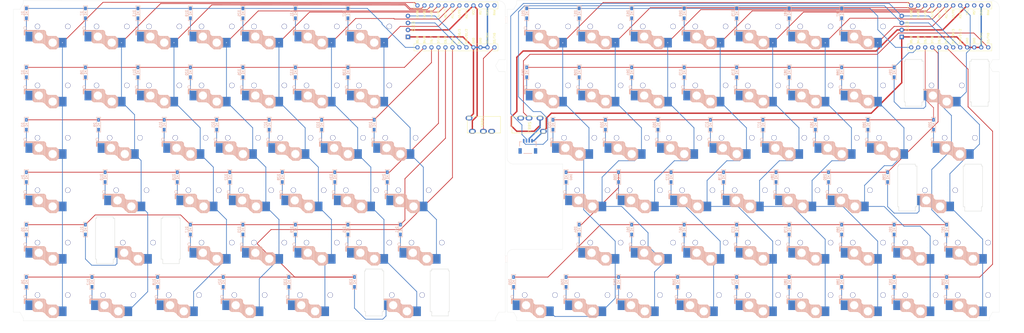
<source format=kicad_pcb>
(kicad_pcb (version 20240108) (generator "pcbnew") (generator_version "8.0")
  (layers (0 "F.Cu" signal) (31 "B.Cu" signal) (34 "B.Paste" user) (35 "F.Paste" user) (36 "B.SilkS" user "B.Silkscreen") (37 "F.SilkS" user "F.Silkscreen") (38 "B.Mask" user) (39 "F.Mask" user) (44 "Edge.Cuts" user))
  (net 0 "")
  (net 1 "Net-(D79-A)")
  (net 2 "Net-(D80-A)")
  (net 3 "Net-(D81-A)")
  (net 4 "Net-(D82-A)")
  (net 5 "Net-(D83-A)")
  (net 6 "Net-(D84-A)")
  (net 7 "Net-(D85-A)")
  (net 8 "Net-(D86-A)")
  (net 9 "Net-(D87-A)")
  (net 10 "Net-(D88-A)")
  (net 11 "Net-(D89-A)")
  (net 12 "Net-(D90-A)")
  (net 13 "Net-(D91-A)")
  (net 14 "Net-(D94-A)")
  (net 15 "Net-(D92-A)")
  (net 16 "Net-(D51-A)")
  (net 17 "Net-(D56-A)")
  (net 18 "Net-(D57-A)")
  (net 19 "Net-(D58-A)")
  (net 20 "Net-(D59-A)")
  (net 21 "Net-(D60-A)")
  (net 22 "Net-(D61-A)")
  (net 23 "Net-(D62-A)")
  (net 24 "Net-(D63-A)")
  (net 25 "Net-(D64-A)")
  (net 26 "Net-(D65-A)")
  (net 27 "Net-(D66-A)")
  (net 28 "Net-(D67-A)")
  (net 29 "Net-(D68-A)")
  (net 30 "Net-(D69-A)")
  (net 31 "Net-(D70-A)")
  (net 32 "Net-(D71-A)")
  (net 33 "Net-(D72-A)")
  (net 34 "Net-(D73-A)")
  (net 35 "Net-(D74-A)")
  (net 36 "Net-(D75-A)")
  (net 37 "Net-(D76-A)")
  (net 38 "Net-(D52-A)")
  (net 40 "Net-(D53-A)")
  (net 42 "Net-(D77-A)")
  (net 43 "Net-(D78-A)")
  (net 44 "Net-(D95-A)")
  (net 45 "Net-(D54-A)")
  (net 46 "Net-(D55-A)")
  (net 47 "Net-(D96-A)")
  (net 48 "Net-(D97-A)")
  (net 49 "Net-(D98-A)")
  (net 50 "Row0_R")
  (net 51 "Row1_R")
  (net 52 "Row2_R")
  (net 53 "Row3_R")
  (net 54 "Row4_R")
  (net 55 "Row5_R")
  (net 56 "GND_R")
  (net 57 "VCC_R")
  (net 59 "SCL_R")
  (net 60 "SDA_R")
  (net 61 "Col0_R")
  (net 62 "Col1_R")
  (net 63 "Col2_R")
  (net 64 "Col3_R")
  (net 65 "Col4_R")
  (net 66 "Col5_R")
  (net 67 "Col6_R")
  (net 68 "Col7_R")
  (net 69 "DATA_R")
  (net 72 "Row0_L")
  (net 73 "Net-(D1-A)")
  (net 74 "Net-(D2-A)")
  (net 75 "Row1_L")
  (net 76 "Row2_L")
  (net 77 "Net-(D3-A)")
  (net 78 "Net-(D4-A)")
  (net 79 "Row3_L")
  (net 80 "Row4_L")
  (net 81 "Net-(D5-A)")
  (net 82 "Row5_L")
  (net 83 "Net-(D6-A)")
  (net 84 "Net-(D7-A)")
  (net 85 "Net-(D8-A)")
  (net 86 "Net-(D9-A)")
  (net 87 "Net-(D10-A)")
  (net 88 "Net-(D11-A)")
  (net 89 "Net-(D12-A)")
  (net 90 "Net-(D13-A)")
  (net 91 "Net-(D14-A)")
  (net 92 "Net-(D15-A)")
  (net 93 "Net-(D16-A)")
  (net 94 "Net-(D17-A)")
  (net 95 "Net-(D18-A)")
  (net 96 "Net-(D19-A)")
  (net 97 "Net-(D20-A)")
  (net 98 "Net-(D21-A)")
  (net 99 "Net-(D22-A)")
  (net 100 "Net-(D23-A)")
  (net 101 "Net-(D24-A)")
  (net 102 "Net-(D25-A)")
  (net 103 "Net-(D26-A)")
  (net 104 "Net-(D27-A)")
  (net 105 "Net-(D28-A)")
  (net 106 "Net-(D29-A)")
  (net 107 "Net-(D30-A)")
  (net 108 "Net-(D31-A)")
  (net 109 "Net-(D32-A)")
  (net 110 "Net-(D33-A)")
  (net 111 "Net-(D34-A)")
  (net 112 "Net-(D35-A)")
  (net 113 "Net-(D36-A)")
  (net 114 "Net-(D37-A)")
  (net 115 "Net-(D38-A)")
  (net 116 "Net-(D39-A)")
  (net 117 "Net-(D40-A)")
  (net 118 "Net-(D41-A)")
  (net 119 "GND_L")
  (net 120 "VCC_L")
  (net 122 "DATA_L")
  (net 123 "SDA_L")
  (net 124 "SCL_L")
  (net 125 "Col0_L")
  (net 126 "Col1_L")
  (net 127 "Col2_L")
  (net 128 "Col3_L")
  (net 129 "Col4_L")
  (net 130 "Col5_L")
  (net 131 "Col6_L")
  (footprint "kbd_Parts:Diode_SMD" (layer "F.Cu") (at 304.8 64.29375 -90)
    (property "Reference" "D76")
    (property "Value" "D" (hide yes))
  )
  (footprint "Rikkodo_FootPrint:rkd_Asm_ChocV2_Hotswap_2uW" (layer "F.Cu") (at 87.520127 126.20625)
    (property "Reference" "SW11" (hide yes))
    (property "Value" "SW_Push" (hide yes))
    (fp_line (start -15.4 -8.8) (end -15.4 6) (stroke (width 0.12)) (layer "Edge.Cuts"))
    (fp_line (start -15.4 6) (end -15.025 6) (stroke (width 0.12)) (layer "Edge.Cuts"))
    (fp_line (start -15.025 -9.445) (end -8.975 -9.445) (stroke (width 0.12)) (layer "Edge.Cuts"))
    (fp_line (start -15.025 -8.8) (end -15.4 -8.8) (stroke (width 0.12)) (layer "Edge.Cuts"))
    (fp_line (start -15.025 -8.8) (end -15.025 -9.445) (stroke (width 0.12)) (layer "Edge.Cuts"))
    (fp_line (start -15.025 7.605) (end -15.025 6) (stroke (width 0.12)) (layer "Edge.Cuts"))
    (fp_line (start -8.975 -8.8) (end -8.975 -9.445) (stroke (width 0.12)) (layer "Edge.Cuts"))
    (fp_line (start -8.975 6) (end -8.975 7.605) (stroke (width 0.12)) (layer "Edge.Cuts"))
    (fp_line (start -8.975 7.605) (end -15.025 7.605) (stroke (width 0.12)) (layer "Edge.Cuts"))
    (fp_line (start -8.4 -8.8) (end -8.975 -8.8) (stroke (width 0.12)) (layer "Edge.Cuts"))
    (fp_line (start -8.4 6) (end -8.975 6) (stroke (width 0.12)) (layer "Edge.Cuts"))
    (fp_line (start -8.4 6) (end -8.4 -8.8) (stroke (width 0.12)) (layer "Edge.Cuts"))
    (fp_line (start 8.4 -8.8) (end 8.975 -8.8) (stroke (width 0.12)) (layer "Edge.Cuts"))
    (fp_line (start 8.4 6) (end 8.4 -8.8) (stroke (width 0.12)) (layer "Edge.Cuts"))
    (fp_line (start 8.975 -9.445) (end 8.975 -8.8) (stroke (width 0.12)) (layer "Edge.Cuts"))
    (fp_line (start 8.975 6) (end 8.4 6) (stroke (width 0.12)) (layer "Edge.Cuts"))
    (fp_line (start 8.975 6) (end 8.975 7.605) (stroke (width 0.12)) (layer "Edge.Cuts"))
    (fp_line (start 8.975 7.605) (end 15.025 7.605) (stroke (width 0.12)) (layer "Edge.Cuts"))
    (fp_line (start 15.025 -9.445) (end 8.975 -9.445) (stroke (width 0.12)) (layer "Edge.Cuts"))
    (fp_line (start 15.025 -9.445) (end 15.025 -8.8) (stroke (width 0.12)) (layer "Edge.Cuts"))
    (fp_line (start 15.025 -8.8) (end 15.4 -8.8) (stroke (width 0.12)) (layer "Edge.Cuts"))
    (fp_line (start 15.025 7.605) (end 15.025 6) (stroke (width 0.12)) (layer "Edge.Cuts"))
    (fp_line (start 15.4 -8.8) (end 15.4 6) (stroke (width 0.12)) (layer "Edge.Cuts"))
    (fp_line (start 15.4 6) (end 15.025 6) (stroke (width 0.12)) (layer "Edge.Cuts"))
  )
  (footprint "Rikkodo_FootPrint:rkd_Asm_ChocV1V2_Hotswap_1u" (layer "F.Cu") (at 352.425 69.05625)
    (property "Reference" "SW88" (hide yes))
    (property "Value" "SW_Push" (hide yes))
  )
  (footprint "kbd_Parts:Diode_SMD" (layer "F.Cu") (at 87.520127 64.29375 -90)
    (property "Reference" "D14")
    (property "Value" "D" (hide yes))
  )
  (footprint "kbd_Parts:Diode_SMD" (layer "F.Cu") (at 116.095127 83.34375 -90)
    (property "Reference" "D21")
    (property "Value" "D" (hide yes))
  )
  (footprint "Rikkodo_FootPrint:rkd_Asm_ChocV1V2_Hotswap_1u" (layer "F.Cu") (at 151.813877 145.25625)
    (property "Reference" "SW30" (hide yes))
    (property "Value" "SW_Push" (hide yes))
  )
  (footprint "Rikkodo_FootPrint:rkd_Asm_ChocV1V2_Hotswap_1u" (layer "F.Cu") (at 85.138877 107.15625)
    (property "Reference" "SW10" (hide yes))
    (property "Value" "SW_Push" (hide yes))
  )
  (footprint "Rikkodo_FootPrint:rkd_Asm_ChocV1V2_Hotswap_1u" (layer "F.Cu") (at 56.563877 88.10625)
    (property "Reference" "SW3" (hide yes))
    (property "Value" "SW_Push" (hide yes))
  )
  (footprint "kbd_Parts:Diode_SMD" (layer "F.Cu") (at 178.007627 102.39375 -90)
    (property "Reference" "D40")
    (property "Value" "D" (hide yes))
  )
  (footprint "kbd_Parts:Diode_SMD" (layer "F.Cu") (at 106.570127 64.29375 -90)
    (property "Reference" "D20")
    (property "Value" "D" (hide yes))
  )
  (footprint "BrownSugar_KBD:ProMicro_r" (layer "F.Cu") (at 383.38125 47.625 -90)
    (property "Reference" "U2" (hide yes))
    (property "Value" "ProMicro" (hide yes))
  )
  (footprint "kbd_Parts:Diode_SMD" (layer "F.Cu") (at 323.85 64.29375 -90)
    (property "Reference" "D82")
    (property "Value" "D" (hide yes))
  )
  (footprint "Rikkodo_FootPrint:rkd_Asm_ChocV1V2_Hotswap_1u" (layer "F.Cu") (at 385.7625 88.10625)
    (property "Reference" "SW95" (hide yes))
    (property "Value" "SW_Push" (hide yes))
  )
  (footprint "kbd_Parts:Diode_SMD" (layer "F.Cu") (at 361.95 121.44375 -90)
    (property "Reference" "D91")
    (property "Value" "D" (hide yes))
  )
  (footprint "Rikkodo_FootPrint:rkd_Asm_ChocV1V2_Hotswap_1u" (layer "F.Cu") (at 77.995127 47.625)
    (property "Reference" "SW7" (hide yes))
    (property "Value" "SW_Push" (hide yes))
  )
  (footprint "Rikkodo_FootPrint:rkd_cutdot" (layer "F.Cu") (at 221.158052 132.159034 90)
    (property "Reference" "REF**" (hide yes))
    (property "Value" "rkd_cutdot" (hide yes))
    (fp_line (start 1.190624 0.297656) (end 1.190482 -0.297479) (stroke (width 0.05)) (layer "Edge.Cuts"))
    (fp_line (start -1.190628 0.297656) (end -1.190768 -0.297479) (stroke (width 0.05)) (layer "Edge.Cuts"))
  )
  (footprint "Rikkodo_FootPrint:rkd_Asm_ChocV1V2_Hotswap_1u" (layer "F.Cu") (at 106.570127 88.10625)
    (property "Reference" "SW15" (hide yes))
    (property "Value" "SW_Push" (hide yes))
  )
  (footprint "kbd_Parts:Diode_SMD" (layer "F.Cu") (at 166.101377 140.49375 -90)
    (property "Reference" "D36")
    (property "Value" "D" (hide yes))
  )
  (footprint "Rikkodo_FootPrint:rkd_Asm_ChocV1V2_Hotswap_1u" (layer "F.Cu") (at 56.563877 126.20625)
    (property "Reference" "SW5" (hide yes))
    (property "Value" "SW_Push" (hide yes))
  )
  (footprint "kbd_Parts:Diode_SMD" (layer "F.Cu") (at 163.720127 42.8625 -90)
    (property "Reference" "D37")
    (property "Value" "D" (hide yes))
  )
  (footprint "Rikkodo_FootPrint:rkd_Asm_ChocV1V2_Hotswap_1u" (layer "F.Cu") (at 252.4125 107.15625)
    (property "Reference" "SW60" (hide yes))
    (property "Value" "SW_Push" (hide yes))
  )
  (footprint "Rikkodo_FootPrint:rkd_Asm_ChocV1V2_Hotswap_1u" (layer "F.Cu") (at 104.188877 145.25625)
    (property "Reference" "SW18" (hide yes))
    (property "Value" "SW_Push" (hide yes))
  )
  (footprint "kbd_Parts:Diode_SMD" (layer "F.Cu") (at 73.232627 83.34375 -90)
    (property "Reference" "D9")
    (property "Value" "D" (hide yes))
  )
  (footprint "kbd_Parts:Diode_SMD" (layer "F.Cu") (at 319.0875 102.39375 -90)
    (property "Reference" "D84")
    (property "Value" "D" (hide yes))
  )
  (footprint "kbd_Parts:Diode_SMD" (layer "F.Cu") (at 94.663877 140.49375 -90)
    (property "Reference" "D18")
    (property "Value" "D" (hide yes))
  )
  (footprint "Rikkodo_FootPrint:rkd_Asm_ChocV1V2_Hotswap_1u" (layer "F.Cu") (at 116.095127 47.625)
    (property "Reference" "SW19" (hide yes))
    (property "Value" "SW_Push" (hide yes))
  )
  (footprint "kbd_Parts:Diode_SMD" (layer "F.Cu") (at 144.670127 42.8625 -90)
    (property "Reference" "D31")
    (property "Value" "D" (hide yes))
  )
  (footprint "Rikkodo_FootPrint:rkd_Asm_ChocV1V2_Hotswap_1u" (layer "F.Cu") (at 342.9 88.10625)
    (property "Reference" "SW83" (hide yes))
    (property "Value" "SW_Push" (hide yes))
  )
  (footprint "kbd_Parts:Diode_SMD" (layer "F.Cu") (at 106.570127 42.8625 -90)
    (property "Reference" "D19")
    (property "Value" "D" (hide yes))
  )
  (footprint "Rikkodo_FootPrint:rkd_Asm_ChocV1V2_Hotswap_1u" (layer "F.Cu") (at 116.095127 126.20625)
    (property "Reference" "SW17" (hide yes))
    (property "Value" "SW_Push" (hide yes))
  )
  (footprint "Rikkodo_FootPrint:rkd_Asm_ChocV1V2_Hotswap_1u" (layer "F.Cu") (at 371.475 126.20625)
    (property "Reference" "SW91" (hide yes))
    (property "Value" "SW_Push" (hide yes))
  )
  (footprint "Rikkodo_FootPrint:rkd_Asm_ChocV1V2_Hotswap_1u" (layer "F.Cu") (at 238.125 47.625)
    (property "Reference" "SW51" (hide yes))
    (property "Value" "SW_Push" (hide yes))
  )
  (footprint "Rikkodo_FootPrint:rkd_Asm_ChocV1V2_Hotswap_1u" (layer "F.Cu") (at 252.4125 145.25625)
    (property "Reference" "SW56" (hide yes))
    (property "Value" "SW_Push" (hide yes))
  )
  (footprint "Rikkodo_FootPrint:rkd_Asm_ChocV1V2_Hotswap_1u" (layer "F.Cu") (at 56.563877 69.05625)
    (property "Reference" "SW2" (hide yes))
    (property "Value" "SW_Push" (hide yes))
  )
  (footprint "Rikkodo_FootPrint:rkd_Asm_ChocV1V2_Hotswap_1u" (layer "F.Cu") (at 173.245127 126.20625)
    (property "Reference" "SW35" (hide yes))
    (property "Value" "SW_Push" (hide yes))
  )
  (footprint "Rikkodo_FootPrint:rkd_Asm_ChocV1V2_Hotswap_1u" (layer "F.Cu") (at 314.325 145.25625)
    (property "Reference" "SW74" (hide yes))
    (property "Value" "SW_Push" (hide yes))
  )
  (footprint "kbd_Parts:Diode_SMD" (layer "F.Cu") (at 257.175 83.34375 -90)
    (property "Reference" "D59")
    (property "Value" "D" (hide yes))
  )
  (footprint "kbd_Parts:Diode_SMD" (layer "F.Cu") (at 283.36875 140.49375 -90)
    (property "Reference" "D68")
    (property "Value" "D" (hide yes))
  )
  (footprint "Rikkodo_FootPrint:rkd_Asm_ChocV1V2_Hotswap_1u" (layer "F.Cu") (at 352.425 47.625)
    (property "Reference" "SW87" (hide yes))
    (property "Value" "SW_Push" (hide yes))
  )
  (footprint "Rikkodo_FootPrint:rkd_Asm_ChocV1V2_Hotswap_1u" (layer "F.Cu") (at 285.75 88.10625)
    (property "Reference" "SW65" (hide yes))
    (property "Value" "SW_Push" (hide yes))
  )
  (footprint "kbd_Parts:Diode_SMD" (layer "F.Cu") (at 342.9 121.44375 -90)
    (property "Reference" "D85")
    (property "Value" "D" (hide yes))
  )
  (footprint "Rikkodo_FootPrint:rkd_Asm_ChocV1V2_Hotswap_1u" (layer "F.Cu") (at 135.145127 69.05625)
    (property "Reference" "SW26" (hide yes))
    (property "Value" "SW_Push" (hide yes))
  )
  (footprint "kbd_Parts:Diode_SMD" (layer "F.Cu") (at 300.0375 102.39375 -90)
    (property "Reference" "D78")
    (property "Value" "D" (hide yes))
  )
  (footprint "kbd_Parts:Diode_SMD" (layer "F.Cu") (at 280.9875 102.39375 -90)
    (property "Reference" "D72")
    (property "Value" "D" (hide yes))
  )
  (footprint "kbd_Parts:Diode_SMD" (layer "F.Cu") (at 261.9375 102.39375 -90)
    (property "Reference" "D66")
    (property "Value" "D" (hide yes))
  )
  (footprint "Rikkodo_FootPrint:rkd_Asm_ChocV1V2_Hotswap_1u" (layer "F.Cu") (at 295.275 126.20625)
    (property "Reference" "SW67" (hide yes))
    (property "Value" "SW_Push" (hide yes))
  )
  (footprint "kbd_Parts:Diode_SMD" (layer "F.Cu") (at 47.038877 42.8625 -90)
    (property "Reference" "D1")
    (property "Value" "D" (hide yes))
  )
  (footprint "Rikkodo_FootPrint:rkd_Asm_ChocV1V2_Hotswap_1u" (layer "F.Cu") (at 97.045127 69.05625)
    (property "Reference" "SW14" (hide yes))
    (property "Value" "SW_Push" (hide yes))
  )
  (footprint "Rikkodo_FootPrint:rkd_Asm_ChocV1V2_Hotswap_1u" (layer "F.Cu") (at 173.245127 69.05625)
    (property "Reference" "SW38" (hide yes))
    (property "Value" "SW_Push" (hide yes))
  )
  (footprint "Rikkodo_FootPrint:rkd_Asm_ChocV1V2_Hotswap_1u" (layer "F.Cu") (at 309.5625 107.15625)
    (property "Reference" "SW78" (hide yes))
    (property "Value" "SW_Push" (hide yes))
  )
  (footprint "Rikkodo_FootPrint:rkd_Asm_ChocV1V2_Hotswap_1u" (layer "F.Cu") (at 154.195127 47.625)
    (property "Reference" "SW31" (hide yes))
    (property "Value" "SW_Push" (hide yes))
  )
  (footprint "Rikkodo_FootPrint:rkd_Asm_ChocV1V2_Hotswap_1u" (layer "F.Cu") (at 333.375 145.25625)
    (property "Reference" "SW80" (hide yes))
    (property "Value" "SW_Push" (hide yes))
  )
  (footprint "Rikkodo_FootPrint:rkd_Asm_ChocV1V2_Hotswap_1u" (layer "F.Cu") (at 187.532627 107.15625)
    (property "Reference" "SW40" (hide yes))
    (property "Value" "SW_Push" (hide yes))
  )
  (footprint "kbd_Parts:Diode_SMD" (layer "F.Cu") (at 47.038877 64.29375 -90)
    (property "Reference" "D2")
    (property "Value" "D" (hide yes))
  )
  (footprint "Rikkodo_FootPrint:rkd_Asm_ChocV1V2_Hotswap_1u" (layer "F.Cu") (at 135.145127 47.625)
    (property "Reference" "SW25" (hide yes))
    (property "Value" "SW_Push" (hide yes))
  )
  (footprint "Rikkodo_FootPrint:rkd_Asm_ChocV1V2_Hotswap_1u" (layer "F.Cu") (at 257.175 47.625)
    (property "Reference" "SW57" (hide yes))
    (property "Value" "SW_Push" (hide yes))
  )
  (footprint "kbd_Parts:Diode_SMD" (layer "F.Cu") (at 47.038877 121.44375 -90)
    (property "Reference" "D5")
    (property "Value" "D" (hide yes))
  )
  (footprint "Rikkodo_FootPrint:rkd_Asm_ChocV1V2_Hotswap_1u" (layer "F.Cu") (at 56.563877 47.625)
    (property "Reference" "SW1" (hide yes))
    (property "Value" "SW_Push" (hide yes))
  )
  (footprint "Rikkodo_FootPrint:rkd_Asm_ChocV1V2_Hotswap_1u" (layer "F.Cu") (at 295.275 69.05625)
    (property "Reference" "SW70" (hide yes))
    (property "Value" "SW_Push" (hide yes))
  )
  (footprint "kbd_Parts:Diode_SMD" (layer "F.Cu") (at 342.9 64.29375 -90)
    (property "Reference" "D88")
    (property "Value" "D" (hide yes))
  )
  (footprint "kbd_Parts:Diode_SMD" (layer "F.Cu") (at 125.620127 42.8625 -90)
    (property "Reference" "D25")
    (property "Value" "D" (hide yes))
  )
  (footprint "kbd_Parts:Diode_SMD" (layer "F.Cu") (at 68.470127 121.44375 -90)
    (property "Reference" "D11")
    (property "Value" "D" (hide yes))
  )
  (footprint "Rikkodo_FootPrint:rkd_Asm_ChocV1V2_Hotswap_1u" (layer "F.Cu") (at 323.85 88.10625)
    (property "Reference" "SW77" (hide yes))
    (property "Value" "SW_Push" (hide yes))
  )
  (footprint "Rikkodo_FootPrint:rkd_Asm_ChocV1V2_Hotswap_1u" (layer "F.Cu") (at 154.195127 69.05625)
    (property "Reference" "SW32" (hide yes))
    (property "Value" "SW_Push" (hide yes))
  )
  (footprint "Rikkodo_FootPrint:rkd_Asm_ChocV1V2_Hotswap_1u" (layer "F.Cu") (at 361.95 88.10625)
    (property "Reference" "SW89" (hide yes))
    (property "Value" "SW_Push" (hide yes))
  )
  (footprint "kbd_Parts:Diode_SMD" (layer "F.Cu") (at 304.8 42.8625 -90)
    (property "Reference" "D75")
    (property "Value" "D" (hide yes))
  )
  (footprint "Rikkodo_FootPrint:rkd_Asm_ChocV1V2_Hotswap_1u" (layer "F.Cu") (at 257.175 69.05625)
    (property "Reference" "SW58" (hide yes))
    (property "Value" "SW_Push" (hide yes))
  )
  (footprint "kbd_Parts:Diode_SMD" (layer "F.Cu") (at 295.275 83.34375 -90)
    (property "Reference" "D71")
    (property "Value" "D" (hide yes))
  )
  (footprint "Rikkodo_FootPrint:rkd_Asm_ChocV1V2_Hotswap_1u" (layer "F.Cu") (at 125.620127 88.10625)
    (property "Reference" "SW21" (hide yes))
    (property "Value" "SW_Push" (hide yes))
  )
  (footprint "Rikkodo_FootPrint:rkd_Asm_ChocV1V2_Hotswap_1u" (layer "F.Cu") (at 371.475 145.25625)
    (property "Reference" "SW92" (hide yes))
    (property "Value" "SW_Push" (hide yes))
  )
  (footprint "BrownSugar_KBD:OLED_center_module" (layer "F.Cu") (at 203.010752 47.625 -90)
    (property "Reference" "OL1")
    (property "Value" "OLED" (hide yes))
  )
  (footprint "kbd_Parts:Diode_SMD" (layer "F.Cu") (at 47.038877 83.34375 -90)
    (property "Reference" "D3")
    (property "Value" "D" (hide yes))
  )
  (footprint "kbd_Parts:Diode_SMD" (layer "F.Cu") (at 285.75 64.29375 -90)
    (property "Reference" "D70")
    (property "Value" "D" (hide yes))
  )
  (footprint "kbd_Parts:Diode_SMD" (layer "F.Cu") (at 120.857627 102.39375 -90)
    (property "Reference" "D22")
    (property "Value" "D" (hide yes))
  )
  (footprint "kbd_Parts:Diode_SMD" (layer "F.Cu") (at 285.75 42.8625 -90)
    (property "Reference" "D69")
    (property "Value" "D" (hide yes))
  )
  (footprint "Rikkodo_FootPrint:rkd_Asm_ChocV2_Hotswap_2uW" (layer "F.Cu") (at 185.151377 145.25625)
    (property "Reference" "SW36" (hide yes))
    (property "Value" "SW_Push" (hide yes))
    (fp_line (start -15.4 -8.8) (end -15.4 6) (stroke (width 0.12)) (layer "Edge.Cuts"))
    (fp_line (start -15.4 6) (end -15.025 6) (stroke (width 0.12)) (layer "Edge.Cuts"))
    (fp_line (start -15.025 -9.445) (end -8.975 -9.445) (stroke (width 0.12)) (layer "Edge.Cuts"))
    (fp_line (start -15.025 -8.8) (end -15.4 -8.8) (stroke (width 0.12)) (layer "Edge.Cuts"))
    (fp_line (start -15.025 -8.8) (end -15.025 -9.445) (stroke (width 0.12)) (layer "Edge.Cuts"))
    (fp_line (start -15.025 7.605) (end -15.025 6) (stroke (width 0.12)) (layer "Edge.Cuts"))
    (fp_line (start -8.975 -8.8) (end -8.975 -9.445) (stroke (width 0.12)) (layer "Edge.Cuts"))
    (fp_line (start -8.975 6) (end -8.975 7.605) (stroke (width 0.12)) (layer "Edge.Cuts"))
    (fp_line (start -8.975 7.605) (end -15.025 7.605) (stroke (width 0.12)) (layer "Edge.Cuts"))
    (fp_line (start -8.4 -8.8) (end -8.975 -8.8) (stroke (width 0.12)) (layer "Edge.Cuts"))
    (fp_line (start -8.4 6) (end -8.975 6) (stroke (width 0.12)) (layer "Edge.Cuts"))
    (fp_line (start -8.4 6) (end -8.4 -8.8) (stroke (width 0.12)) (layer "Edge.Cuts"))
    (fp_line (start 8.4 -8.8) (end 8.975 -8.8) (stroke (width 0.12)) (layer "Edge.Cuts"))
    (fp_line (start 8.4 6) (end 8.4 -8.8) (stroke (width 0.12)) (layer "Edge.Cuts"))
    (fp_line (start 8.975 -9.445) (end 8.975 -8.8) (stroke (width 0.12)) (layer "Edge.Cuts"))
    (fp_line (start 8.975 6) (end 8.4 6) (stroke (width 0.12)) (layer "Edge.Cuts"))
    (fp_line (start 8.975 6) (end 8.975 7.605) (stroke (width 0.12)) (layer "Edge.Cuts"))
    (fp_line (start 8.975 7.605) (end 15.025 7.605) (stroke (width 0.12)) (layer "Edge.Cuts"))
    (fp_line (start 15.025 -9.445) (end 8.975 -9.445) (stroke (width 0.12)) (layer "Edge.Cuts"))
    (fp_line (start 15.025 -9.445) (end 15.025 -8.8) (stroke (width 0.12)) (layer "Edge.Cuts"))
    (fp_line (start 15.025 -8.8) (end 15.4 -8.8) (stroke (width 0.12)) (layer "Edge.Cuts"))
    (fp_line (start 15.025 7.605) (end 15.025 6) (stroke (width 0.12)) (layer "Edge.Cuts"))
    (fp_line (start 15.4 -8.8) (end 15.4 6) (stroke (width 0.12)) (layer "Edge.Cuts"))
    (fp_line (start 15.4 6) (end 15.025 6) (stroke (width 0.12)) (layer "Edge.Cuts"))
  )
  (footprint "Rikkodo_FootPrint:rkd_Asm_ChocV2_Hotswap_2uW" (layer "F.Cu") (at 378.61875 107.15625)
    (property "Reference" "SW96" (hide yes))
    (property "Value" "SW_Push" (hide yes))
    (fp_line (start -15.4 -8.8) (end -15.4 6) (stroke (width 0.12)) (layer "Edge.Cuts"))
    (fp_line (start -15.4 6) (end -15.025 6) (stroke (width 0.12)) (layer "Edge.Cuts"))
    (fp_line (start -15.025 -9.445) (end -8.975 -9.445) (stroke (width 0.12)) (layer "Edge.Cuts"))
    (fp_line (start -15.025 -8.8) (end -15.4 -8.8) (stroke (width 0.12)) (layer "Edge.Cuts"))
    (fp_line (start -15.025 -8.8) (end -15.025 -9.445) (stroke (width 0.12)) (layer "Edge.Cuts"))
    (fp_line (start -15.025 7.605) (end -15.025 6) (stroke (width 0.12)) (layer "Edge.Cuts"))
    (fp_line (start -8.975 -8.8) (end -8.975 -9.445) (stroke (width 0.12)) (layer "Edge.Cuts"))
    (fp_line (start -8.975 6) (end -8.975 7.605) (stroke (width 0.12)) (layer "Edge.Cuts"))
    (fp_line (start -8.975 7.605) (end -15.025 7.605) (stroke (width 0.12)) (layer "Edge.Cuts"))
    (fp_line (start -8.4 -8.8) (end -8.975 -8.8) (stroke (width 0.12)) (layer "Edge.Cuts"))
    (fp_line (start -8.4 6) (end -8.975 6) (stroke (width 0.12)) (layer "Edge.Cuts"))
    (fp_line (start -8.4 6) (end -8.4 -8.8) (stroke (width 0.12)) (layer "Edge.Cuts"))
    (fp_line (start 8.4 -8.8) (end 8.975 -8.8) (stroke (width 0.12)) (layer "Edge.Cuts"))
    (fp_line (start 8.4 6) (end 8.4 -8.8) (stroke (width 0.12)) (layer "Edge.Cuts"))
    (fp_line (start 8.975 -9.445) (end 8.975 -8.8) (stroke (width 0.12)) (layer "Edge.Cuts"))
    (fp_line (start 8.975 6) (end 8.4 6) (stroke (width 0.12)) (layer "Edge.Cuts"))
    (fp_line (start 8.975 6) (end 8.975 7.605) (stroke (width 0.12)) (layer "Edge.Cuts"))
    (fp_line (start 8.975 7.605) (end 15.025 7.605) (stroke (width 0.12)) (layer "Edge.Cuts"))
    (fp_line (start 15.025 -9.445) (end 8.975 -9.445) (stroke (width 0.12)) (layer "Edge.Cuts"))
    (fp_line (start 15.025 -9.445) (end 15.025 -8.8) (stroke (width 0.12)) (layer "Edge.Cuts"))
    (fp_line (start 15.025 -8.8) (end 15.4 -8.8) (stroke (width 0.12)) (layer "Edge.Cuts"))
    (fp_line (start 15.025 7.605) (end 15.025 6) (stroke (width 0.12)) (layer "Edge.Cuts"))
    (fp_line (start 15.4 -8.8) (end 15.4 6) (stroke (width 0.12)) (layer "Edge.Cuts"))
    (fp_line (start 15.4 6) (end 15.025 6) (stroke (width 0.12)) (layer "Edge.Cuts"))
  )
  (footprint "Rikkodo_FootPrint:rkd_Asm_ChocV1V2_Hotswap_1u" (layer "F.Cu") (at 163.720127 88.10625)
    (property "Reference" "SW33" (hide yes))
    (property "Value" "SW_Push" (hide yes))
  )
  (footprint "kbd_Parts:Diode_SMD" (layer "F.Cu") (at 361.95 140.49375 -90)
    (property "Reference" "D92")
    (property "Value" "D" (hide yes))
  )
  (footprint "kbd_Parts:Diode_SMD" (layer "F.Cu") (at 223.8375 140.49375 -90)
    (property "Reference" "D55")
    (property "Value" "D" (hide yes))
  )
  (footprint "Rikkodo_FootPrint:rkd_Asm_ChocV1V2_Hotswap_1u" (layer "F.Cu") (at 56.563877 107.15625)
    (property "Reference" "SW4" (hide yes))
    (property "Value" "SW_Push" (hide yes))
  )
  (footprint "kbd_Parts:Diode_SMD" (layer "F.Cu") (at 142.288877 140.49375 -90)
    (property "Reference" "D30")
    (property "Value" "D" (hide yes))
  )
  (footprint "Rikkodo_FootPrint:rkd_Asm_ChocV1V2_Hotswap_1u" (layer "F.Cu") (at 266.7 88.10625)
    (property "Reference" "SW59" (hide yes))
    (property "Value" "SW_Push" (hide yes))
  )
  (footprint "Rikkodo_FootPrint:rkd_cutdot" (layer "F.Cu") (at 221.158408 45.243712 90)
    (property "Reference" "REF**" (hide yes))
    (property "Value" "rkd_cutdot" (hide yes))
    (fp_line (start 1.190624 0.297656) (end 1.190482 -0.297479) (stroke (width 0.05)) (layer "Edge.Cuts"))
    (fp_line (start -1.190628 0.297656) (end -1.190768 -0.297479) (stroke (width 0.05)) (layer "Edge.Cuts"))
  )
  (footprint "kbd_Parts:Diode_SMD" (layer "F.Cu") (at 68.470127 64.29375 -90)
    (property "Reference" "D8")
    (property "Value" "D" (hide yes))
  )
  (footprint "Rikkodo_FootPrint:rkd_Asm_ChocV1V2_Hotswap_1u" (layer "F.Cu") (at 80.376377 145.25625)
    (property "Reference" "SW12" (hide yes))
    (property "Value" "SW_Push" (hide yes))
  )
  (footprint "kbd_Parts:Diode_SMD" (layer "F.Cu") (at 97.045127 83.34375 -90)
    (property "Reference" "D15")
    (property "Value" "D" (hide yes))
  )
  (footprint "kbd_Parts:Diode_SMD" (layer "F.Cu") (at 304.8 140.49375 -90)
    (property "Reference" "D74")
    (property "Value" "D" (hide yes))
  )
  (footprint "Rikkodo_FootPrint:rkd_Asm_ChocV1V2_Hotswap_1u" (layer "F.Cu") (at 352.425 126.20625)
    (property "Reference" "SW85" (hide yes))
    (property "Value" "SW_Push" (hide yes))
  )
  (footprint "kbd_Parts:Diode_SMD" (layer "F.Cu") (at 182.770127 121.44375 -90)
    (property "Reference" "D41")
    (property "Value" "D" (hide yes))
  )
  (footprint "Rikkodo_FootPrint:rkd_Asm_ChocV1V2_Hotswap_1u" (layer "F.Cu") (at 192.295127 126.20625)
    (property "Reference" "SW41" (hide yes))
    (property "Value" "SW_Push" (hide yes))
  )
  (footprint "kbd_Parts:Diode_SMD" (layer "F.Cu") (at 352.425 83.34375 -90)
    (property "Reference" "D89")
    (property "Value" "D" (hide yes))
  )
  (footprint "kbd_Parts:Diode_SMD" (layer "F.Cu") (at 323.85 121.44375 -90)
    (property "Reference" "D79")
    (property "Value" "D" (hide yes))
  )
  (footprint "kbd_Parts:Diode_SMD" (layer "F.Cu") (at 68.470127 42.8625 -90)
    (property "Reference" "D7")
    (property "Value" "D" (hide yes))
  )
  (footprint "Rikkodo_FootPrint:rkd_Asm_ChocV1V2_Hotswap_1u" (layer "F.Cu") (at 247.65 88.10625)
    (property "Reference" "SW53" (hide yes))
    (property "Value" "SW_Push" (hide yes))
  )
  (footprint "Rikkodo_FootPrint:rkd_Asm_ChocV2_Hotswap_2uW" (layer "F.Cu") (at 381 69.05625)
    (property "Reference" "SW94" (hide yes))
    (property "Value" "SW_Push" (hide yes))
    (fp_line (start -15.4 -8.8) (end -15.4 6) (stroke (width 0.12)) (layer "Edge.Cuts"))
    (fp_line (start -15.4 6) (end -15.025 6) (stroke (width 0.12)) (layer "Edge.Cuts"))
    (fp_line (start -15.025 -9.445) (end -8.975 -9.445) (stroke (width 0.12)) (layer "Edge.Cuts"))
    (fp_line (start -15.025 -8.8) (end -15.4 -8.8) (stroke (width 0.12)) (layer "Edge.Cuts"))
    (fp_line (start -15.025 -8.8) (end -15.025 -9.445) (stroke (width 0.12)) (layer "Edge.Cuts"))
    (fp_line (start -15.025 7.605) (end -15.025 6) (stroke (width 0.12)) (layer "Edge.Cuts"))
    (fp_line (start -8.975 -8.8) (end -8.975 -9.445) (stroke (width 0.12)) (layer "Edge.Cuts"))
    (fp_line (start -8.975 6) (end -8.975 7.605) (stroke (width 0.12)) (layer "Edge.Cuts"))
    (fp_line (start -8.975 7.605) (end -15.025 7.605) (stroke (width 0.12)) (layer "Edge.Cuts"))
    (fp_line (start -8.4 -8.8) (end -8.975 -8.8) (stroke (width 0.12)) (layer "Edge.Cuts"))
    (fp_line (start -8.4 6) (end -8.975 6) (stroke (width 0.12)) (layer "Edge.Cuts"))
    (fp_line (start -8.4 6) (end -8.4 -8.8) (stroke (width 0.12)) (layer "Edge.Cuts"))
    (fp_line (start 8.4 -8.8) (end 8.975 -8.8) (stroke (width 0.12)) (layer "Edge.Cuts"))
    (fp_line (start 8.4 6) (end 8.4 -8.8) (stroke (width 0.12)) (layer "Edge.Cuts"))
    (fp_line (start 8.975 -9.445) (end 8.975 -8.8) (stroke (width 0.12)) (layer "Edge.Cuts"))
    (fp_line (start 8.975 6) (end 8.4 6) (stroke (width 0.12)) (layer "Edge.Cuts"))
    (fp_line (start 8.975 6) (end 8.975 7.605) (stroke (width 0.12)) (layer "Edge.Cuts"))
    (fp_line (start 8.975 7.605) (end 15.025 7.605) (stroke (width 0.12)) (layer "Edge.Cuts"))
    (fp_line (start 15.025 -9.445) (end 8.975 -9.445) (stroke (width 0.12)) (layer "Edge.Cuts"))
    (fp_line (start 15.025 -9.445) (end 15.025 -8.8) (stroke (width 0.12)) (layer "Edge.Cuts"))
    (fp_line (start 15.025 -8.8) (end 15.4 -8.8) (stroke (width 0.12)) (layer "Edge.Cuts"))
    (fp_line (start 15.025 7.605) (end 15.025 6) (stroke (width 0.12)) (layer "Edge.Cuts"))
    (fp_line (start 15.4 -8.8) (end 15.4 6) (stroke (width 0.12)) (layer "Edge.Cuts"))
    (fp_line (start 15.4 6) (end 15.025 6) (stroke (width 0.12)) (layer "Edge.Cuts"))
  )
  (footprint "Rikkodo_FootPrint:rkd_Asm_ChocV1V2_Hotswap_1u" (layer "F.Cu") (at 333.375 126.20625)
    (property "Reference" "SW79" (hide yes))
    (property "Value" "SW_Push" (hide yes))
  )
  (footprint "kbd_Parts:Diode_SMD" (layer "F.Cu") (at 158.957627 102.39375 -90)
    (property "Reference" "D34")
    (property "Value" "D" (hide yes))
  )
  (footprint "Rikkodo_FootPrint:rkd_Asm_ChocV1V2_Hotswap_1u" (layer "F.Cu") (at 144.670127 88.10625)
    (property "Reference" "SW27" (hide yes))
    (property "Value" "SW_Push" (hide yes))
  )
  (footprint "kbd_Parts:Diode_SMD" (layer "F.Cu") (at 342.9 140.49375 -90)
    (property "Reference" "D86")
    (property "Value" "D" (hide yes))
  )
  (footprint "kbd_Parts:Diode_SMD" (layer "F.Cu") (at 118.476377 140.49375 -90)
    (property "Reference" "D24")
    (property "Value" "D" (hide yes))
  )
  (footprint "kbd_Parts:Diode_SMD" (layer "F.Cu") (at 314.325 83.34375 -90)
    (property "Reference" "D77")
    (property "Value" "D" (hide yes))
  )
  (footprint "kbd_Parts:Diode_SMD" (layer "F.Cu") (at 228.6 42.8625 -90)
    (property "Reference" "D51")
    (property "Value" "D" (hide yes))
  )
  (footprint "kbd_Parts:Diode_SMD" (layer "F.Cu") (at 238.125 83.34375 -90)
    (property "Reference" "D53")
    (property "Value" "D" (hide yes))
  )
  (footprint "kbd_Parts:Diode_SMD" (layer "F.Cu") (at 135.145127 83.34375 -90)
    (property "Reference" "D27")
    (property "Value" "D" (hide yes))
  )
  (footprint "kbd_Parts:Diode_SMD" (layer "F.Cu") (at 247.65 42.8625 -90)
    (property "Reference" "D57")
    (property "Value" "D" (hide yes))
  )
  (footprint "Rikkodo_FootPrint:rkd_Asm_ChocV1V2_Hotswap_1u" (layer "F.Cu") (at 238.125 69.05625)
    (property "Reference" "SW52" (hide yes))
    (property "Value" "SW_Push" (hide yes))
  )
  (footprint "kbd_Parts:Diode_SMD" (layer "F.Cu") (at 144.670127 121.44375 -90)
    (property "Reference" "D29")
    (property "Value" "D" (hide yes))
  )
  (footprint "Rikkodo_FootPrint:rkd_Asm_ChocV1V2_Hotswap_1u" (layer "F.Cu") (at 77.995127 69.05625)
    (property "Reference" "SW8" (hide yes))
    (property "Value" "SW_Push" (hide yes))
  )
  (footprint "kbd_Parts:Diode_SMD" (layer "F.Cu") (at 247.65 121.44375 -90)
    (property "Reference" "D54")
    (property "Value" "D" (hide yes))
  )
  (footprint "Rikkodo_FootPrint:rkd_Asm_ChocV1V2_Hotswap_1u" (layer "F.Cu") (at 295.275 47.625)
    (property "Reference" "SW69" (hide yes))
    (property "Value" "SW_Push" (hide yes))
  )
  (footprint "kbd_Parts:Diode_SMD" (layer "F.Cu") (at 266.7 121.44375 -90)
    (property "Reference" "D61")
    (property "Value" "D" (hide yes))
  )
  (footprint "kbd_Parts:Diode_SMD" (layer "F.Cu") (at 304.8 121.44375 -90)
    (property "Reference" "D73")
    (property "Value" "D" (hide yes))
  )
  (footprint "Rikkodo_FootPrint:rkd_Asm_ChocV1V2_Hotswap_1u" (layer "F.Cu") (at 116.095127 69.05625)
    (property "Reference" "SW20" (hide yes))
    (property "Value" "SW_Push" (hide yes))
  )
  (footprint "Rikkodo_FootPrint:rkd_Asm_ChocV1V2_Hotswap_1u" (layer "F.Cu") (at 347.6625 107.15625)
    (property "Reference" "SW90" (hide yes))
    (property "Value" "SW_Push" (hide yes))
  )
  (footprint "BrownSugar_KBD:TRRS_PJ-320A" (layer "F.Cu") (at 219.084364 83.34382 -90)
    (property "Reference" "J1")
    (property "Value" "TRRS" (hide yes))
  )
  (footprint "kbd_Parts:Diode_SMD" (layer "F.Cu") (at 47.038877 140.49375 -90)
    (property "Reference" "D6")
    (property "Value" "D" (hide yes))
  )
  (footprint "kbd_Parts:Diode_SMD" (layer "F.Cu") (at 381 140.49375 -90)
    (property "Reference" "D98")
    (property "Value" "D" (hide yes))
  )
  (footprint "Rikkodo_FootPrint:rkd_Asm_ChocV1V2_Hotswap_1u" (layer "F.Cu") (at 314.325 47.625)
    (property "Reference" "SW75" (hide yes))
    (property "Value" "SW_Push" (hide yes))
  )
  (footprint "kbd_Parts:Diode_SMD" (layer "F.Cu") (at 261.9375 140.49375 -90)
    (property "Reference" "D62")
    (property "Value" "D" (hide yes))
  )
  (footprint "kbd_Parts:Diode_SMD" (layer "F.Cu") (at 361.95 64.29375 -90)
    (property "Reference" "D94")
    (property "Value" "D" (hide yes))
  )
  (footprint "Rikkodo_FootPrint:rkd_Asm_ChocV1V2_Hotswap_1u" (layer "F.Cu") (at 276.225 69.05625)
    (property "Reference" "SW64" (hide yes))
    (property "Value" "SW_Push" (hide yes))
  )
  (footprint "kbd_Parts:Diode_SMD" (layer "F.Cu") (at 266.7 64.29375 -90)
    (property "Reference" "D64")
    (property "Value" "D" (hide yes))
  )
  (footprint "Rikkodo_FootPrint:rkd_Asm_ChocV1V2_Hotswap_1u" (layer "F.Cu") (at 276.225 47.625)
    (property "Reference" "SW63" (hide yes))
    (property "Value" "SW_Push" (hide yes))
  )
  (footprint "kbd_Parts:Diode_SMD" (layer "F.Cu") (at 163.720127 121.44375 -90)
    (property "Reference" "D35")
    (property "Value" "D" (hide yes))
  )
  (footprint "kbd_Parts:Diode_SMD" (layer "F.Cu") (at 247.65 64.29375 -90)
    (property "Reference" "D58")
    (property "Value" "D" (hide yes))
  )
  (footprint "kbd_Parts:Diode_SMD" (layer "F.Cu") (at 276.225 83.34375 -90)
    (property "Reference" "D65")
    (property "Value" "D" (hide yes))
  )
  (footprint "Rikkodo_FootPrint:rkd_Asm_ChocV1V2_Hotswap_1u" (layer "F.Cu") (at 168.482627 107.15625)
    (property "Reference" "SW34" (hide yes))
    (property "Value" "SW_Push" (hide yes))
  )
  (footprint "Rikkodo_FootPrint:rkd_Asm_ChocV1V2_Hotswap_1u" (layer "F.Cu") (at 135.145127 126.20625)
    (property "Reference" "SW23" (hide yes))
    (property "Value" "SW_Push" (hide yes))
  )
  (footprint "kbd_Parts:Diode_SMD" (layer "F.Cu") (at 163.720127 64.29375 -90)
    (property "Reference" "D38")
    (property "Value" "D" (hide yes))
  )
  (footprint "Rikkodo_FootPrint:rkd_Asm_ChocV1V2_Hotswap_1u" (layer "F.Cu") (at 328.6125 107.15625)
    (property "Reference" "SW84" (hide yes))
    (property "Value" "SW_Push" (hide yes))
  )
  (footprint "kbd_Parts:Diode_SMD" (layer "F.Cu") (at 144.670127 64.29375 -90)
    (property "Reference" "D32")
    (property "Value" "D" (hide yes))
  )
  (footprint "Rikkodo_FootPrint:rkd_Asm_ChocV1V2_Hotswap_1u" (layer "F.Cu") (at 257.175 126.20625)
    (property "Reference" "SW54" (hide yes))
    (property "Value" "SW_Push" (hide yes))
  )
  (footprint "kbd_Parts:Diode_SMD" (layer "F.Cu") (at 70.851377 140.49375 -90)
    (property "Reference" "D12")
    (property "Value" "D" (hide yes))
  )
  (footprint "Rikkodo_FootPrint:rkd_Asm_ChocV1V2_Hotswap_1u" (layer "F.Cu") (at 314.325 126.20625)
    (property "Reference" "SW73" (hide yes))
    (property "Value" "SW_Push" (hide yes))
  )
  (footprint "kbd_Parts:Diode_SMD" (layer "F.Cu") (at 266.7 42.8625 -90)
    (property "Reference" "D63")
    (property "Value" "D" (hide yes))
  )
  (footprint "kbd_Parts:Diode_SMD" (layer "F.Cu") (at 75.613877 102.39375 -90)
    (property "Reference" "D10")
    (property "Value" "D" (hide yes))
  )
  (footprint "kbd_Parts:Diode_SMD" (layer "F.Cu") (at 87.520127 42.8625 -90)
    (property "Reference" "D13")
    (property "Value" "D" (hide yes))
  )
  (footprint "Rikkodo_FootPrint:rkd_Asm_ChocV1V2_Hotswap_1u" (layer "F.Cu") (at 292.89375 145.25625)
    (property "Reference" "SW68" (hide yes))
    (property "Value" "SW_Push" (hide yes))
  )
  (footprint "Rikkodo_FootPrint:rkd_Asm_ChocV1V2_Hotswap_1u" (layer "F.Cu") (at 271.4625 107.15625)
    (property "Reference" "SW66" (hide yes))
    (property "Value" "SW_Push" (hide yes))
  )
  (footprint "BrownSugar_KBD:TRRS_PJ-320A" (layer "F.Cu") (at 223.242375 83.34382 90)
    (property "Reference" "J2")
    (property "Value" "TRRS" (hide yes))
  )
  (footprint "Rikkodo_FootPrint:rkd_Asm_ChocV1V2_Hotswap_1u" (layer "F.Cu") (at 182.770127 88.10625)
    (property "Reference" "SW39" (hide yes))
    (property "Value" "SW_Push" (hide yes))
  )
  (footprint "kbd_Parts:Diode_SMD" (layer "F.Cu") (at 342.9 42.8625 -90)
    (property "Reference" "D87")
    (property "Value" "D" (hide yes))
  )
  (footprint "Rikkodo_FootPrint:rkd_Asm_ChocV1V2_Hotswap_1u" (layer "F.Cu") (at 333.375 47.625)
    (property "Reference" "SW81" (hide yes))
    (property "Value" "SW_Push" (hide yes))
  )
  (footprint "kbd_Parts:Diode_SMD" (layer "F.Cu") (at 47.038877 102.39375 -90)
    (property "Reference" "D4")
    (property "Value" "D" (hide yes))
  )
  (footprint "kbd_Parts:Diode_SMD" (layer "F.Cu") (at 323.85 140.49375 -90)
    (property "Reference" "D80")
    (property "Value" "D" (hide yes))
  )
  (footprint "Rikkodo_FootPrint:rkd_Asm_ChocV1V2_Hotswap_1u" (layer "F.Cu") (at 97.045127 47.625)
    (property "Reference" "SW13" (hide yes))
    (property "Value" "SW_Push" (hide yes))
  )
  (footprint "kbd_Parts:Diode_SMD" (layer "F.Cu") (at 285.75 121.44375 -90)
    (property "Reference" "D67")
    (property "Value" "D" (hide yes))
  )
  (footprint "Rikkodo_FootPrint:rkd_Asm_ChocV1V2_Hotswap_1u" (layer "F.Cu") (at 271.4625 145.25625)
    (property "Reference" "SW62" (hide yes))
    (property "Value" "SW_Push" (hide yes))
  )
  (footprint "kbd_Parts:Diode_SMD" (layer "F.Cu") (at 139.907627 102.39375 -90)
    (property "Reference" "D28")
    (property "Value" "D" (hide yes))
  )
  (footprint "Rikkodo_FootPrint:rkd_Asm_ChocV1V2_Hotswap_1u" (layer "F.Cu") (at 154.195127 126.20625)
    (property "Reference" "SW29" (hide yes))
    (property "Value" "SW_Push" (hide yes))
  )
  (footprint "Rikkodo_FootPrint:rkd_Asm_ChocV1V2_Hotswap_1u" (layer "F.Cu") (at 290.5125 107.15625)
    (property "Reference" "SW72" (hide yes))
    (property "Value" "SW_Push" (hide yes))
  )
  (footprint "kbd_Parts:Diode_SMD" (layer "F.Cu") (at 154.195127 83.34375 -90)
    (property "Reference" "D33")
    (property "Value" "D" (hide yes))
  )
  (footprint "kbd_Parts:Diode_SMD" (layer "F.Cu") (at 228.6 64.29375 -90)
    (property "Reference" "D52")
    (property "Value" "D" (hide yes))
  )
  (footprint "BrownSugar_KBD:ProMicro_r" (layer "F.Cu") (at 204.201377 47.625 -90)
    (property "Reference" "U1" (hide yes))
    (property "Value" "ProMicro" (hide yes))
  )
  (footprint "Rikkodo_FootPrint:rkd_Asm_ChocV1V2_Hotswap_1u" (layer "F.Cu") (at 314.325 69.05625)
    (property "Reference" "SW76" (hide yes))
    (property "Value" "SW_Push" (hide yes))
  )
  (footprint "Rikkodo_FootPrint:rkd_Asm_ChocV1V2_Hotswap_1u" (layer "F.Cu") (at 149.432627 107.15625)
    (property "Reference" "SW28" (hide yes))
    (property "Value" "SW_Push" (hide yes))
  )
  (footprint "Rikkodo_FootPrint:rkd_Asm_ChocV1V2_Hotswap_1u" (layer "F.Cu") (at 304.8 88.10625)
    (property "Reference" "SW71" (hide yes))
    (property "Value" "SW_Push" (hide yes))
  )
  (footprint "kbd_Parts:Diode_SMD" (layer "F.Cu") (at 106.570127 121.44375 -90)
    (property "Reference" "D17")
    (property "Value" "D" (hide yes))
  )
  (footprint "BrownSugar_KBD:OLED_center_module" (layer "F.Cu") (at 382.190625 47.625 -90)
    (property "Reference" "OL2")
    (property "Value" "OLED" (hide yes))
  )
  (footprint "Rikkodo_FootPrint:rkd_Asm_ChocV1V2_Hotswap_1u" (layer "F.Cu") (at 390.525 126.20625)
    (property "Reference" "SW97" (hide yes))
    (property "Value" "SW_Push" (hide yes))
  )
  (footprint "Rikkodo_FootPrint:rkd_Asm_ChocV1V2_Hotswap_1u" (layer "F.Cu") (at 390.525 145.25625)
    (property "Reference" "SW98" (hide yes))
    (property "Value" "SW_Push" (hide yes))
  )
  (footprint "kbd_Parts:Diode_SMD" (layer "F.Cu") (at 242.8875 102.39375 -90)
    (property "Reference" "D60")
    (property "Value" "D" (hide yes))
  )
  (footprint "Rikkodo_FootPrint:rkd_Asm_ChocV1V2_Hotswap_1u" (layer "F.Cu") (at 276.225 126.20625)
    (property "Reference" "SW61" (hide yes))
    (property "Value" "SW_Push" (hide yes))
  )
  (footprint "Rikkodo_FootPrint:rkd_Asm_ChocV1V2_Hotswap_1u" (layer "F.Cu") (at 56.563877 145.25625)
    (property "Reference" "SW6" (hide yes))
    (property "Value" "SW_Push" (hide yes))
  )
  (footprint "Rikkodo_FootPrint:rkd_Asm_ChocV1V2_Hotswap_1u" (layer "F.Cu") (at 130.382627 107.15625)
    (property "Reference" "SW22" (hide yes))
    (property "Value" "SW_Push" (hide yes))
  )
  (footprint "kbd_Parts:Diode_SMD" (layer "F.Cu") (at 376.2375 83.34375 -90)
    (property "Reference" "D95")
    (property "Value" "D" (hide yes))
  )
  (footprint "kbd_Parts:Diode_SMD" (layer "F.Cu") (at 338.1375 102.39375 -90)
    (property "Reference" "D90")
    (property "Value" "D" (hide yes))
  )
  (footprint "Rikkodo_FootPrint:rkd_Asm_ChocV1V2_Hotswap_1u" (layer "F.Cu") (at 111.332627 107.15625)
    (property "Reference" "SW16" (hide yes))
    (property "Value" "SW_Push" (hide yes))
  )
  (footprint "kbd_Parts:Diode_SMD" (layer "F.Cu") (at 125.620127 64.29375 -90)
    (property "Reference" "D26")
    (property "Value" "D" (hide yes))
  )
  (footprint "kbd_Parts:Diode_SMD" (layer "F.Cu") (at 381 121.44375 -90)
    (property "Reference" "D97")
    (property "Value" "D" (hide yes))
  )
  (footprint "Rikkodo_FootPrint:rkd_Asm_ChocV1V2_Hotswap_1u" (layer "F.Cu") (at 173.245127 47.625)
    (property "Reference" "SW37" (hide yes))
    (property "Value" "SW_Push" (hide yes))
  )
  (footprint "Rikkodo_FootPrint:rkd_Asm_ChocV1V2_Hotswap_1u" (layer "F.Cu") (at 233.3625 145.25625)
    (property "Reference" "SW55" (hide yes))
    (property "Value" "SW_Push" (hide yes))
  )
  (footprint "kbd_Parts:Diode_SMD" (layer "F.Cu") (at 323.85 42.8625 -90)
    (property "Reference" "D81")
    (property "Value" "D" (hide yes))
  )
  (footprint "kbd_Parts:Diode_SMD" (layer "F.Cu") (at 242.8875 140.49375 -90)
    (property "Reference" "D56")
    (property "Value" "D" (hide yes))
  )
  (footprint "kbd_Parts:Diode_SMD" (layer "F.Cu") (at 101.807627 102.39375 -90)
    (property "Reference" "D16")
    (property "Value" "D" (hide yes))
  )
  (footprint "Rikkodo_FootPrint:rkd_Asm_ChocV1V2_Hotswap_1u" (layer "F.Cu") (at 82.757627 88.10625)
    (property "Reference" "SW9" (hide yes))
    (property "Value" "SW_Push" (hide yes))
  )
  (footprint "Rikkodo_FootPrint:rkd_Asm_ChocV1V2_Hotswap_1u" (layer "F.Cu") (at 352.425 145.25625)
    (property "Reference" "SW86" (hide yes))
    (property "Value" "SW_Push" (hide yes))
  )
  (footprint "kbd_Parts:Diode_SMD" (layer "F.Cu") (at 125.620127 121.44375 -90)
    (property "Reference" "D23")
    (property "Value" "D" (hide yes))
  )
  (footprint "kbd_Parts:Diode_SMD" (layer "F.Cu") (at 333.375 83.34375 -90)
    (property "Reference" "D83")
    (property "Value" "D" (hide yes))
  )
  (footprint "Rikkodo_FootPrint:rkd_Asm_ChocV1V2_Hotswap_1u" (layer "F.Cu") (at 128.001377 145.25625)
    (property "Reference" "SW24" (hide yes))
    (property "Value" "SW_Push" (hide yes))
  )
  (footprint "kbd_Parts:Diode_SMD" (layer "F.Cu") (at 359.56875 102.39375 -90)
    (property "Reference" "D96")
    (property "Value" "D" (hide yes))
  )
  (footprint "kbd_Parts:Diode_SMD" (layer "F.Cu") (at 173.245127 83.34375 -90)
    (property "Reference" "D39")
    (property "Value" "D" (hide yes))
  )
  (footprint "Rikkodo_FootPrint:rkd_Asm_ChocV1V2_Hotswap_1u" (layer "F.Cu") (at 333.375 69.05625)
    (property "Reference" "SW82" (hide yes))
    (property "Value" "SW_Push" (hide yes))
  )
  (footprint "SparkFun-Connector:JST_SMD_1.0mm-4_Black" (layer "B.Cu") (at 229.01875 89.19375 180)
    (property "Reference" "J51")
    (property "Value" "Qwiic_RA")
  )
  (gr_line (start 220.860929 44.05323) (end 220.860752 40.7125) (stroke (width 0.05)) (layer "Edge.Cuts"))
  (gr_line (start 45.867002 39.290625) (end 45.848252 38.215625) (stroke (width 0.05)) (layer "Edge.Cuts"))
  (gr_line (start 400.049664 59.7625) (end 397.659375 59.7625) (stroke (width 0.05)) (layer "Edge.Cuts"))
  (gr_line (start 396.478125 154.665625) (end 225.028125 154.665625) (stroke (width 0.05)) (layer "Edge.Cuts"))
  (gr_line (start 396.459375 61.9125) (end 397.659375 64.0625) (stroke (width 0.05)) (layer "Edge.Cuts"))
  (gr_arc (start 397.659375 38.33125) (mid 399.343175 39.028708) (end 400.040625 40.7125) (stroke (width 0.05)) (layer "Edge.Cuts"))
  (gr_line (start 218.479502 38.33125) (end 45.848252 38.215625) (stroke (width 0.05)) (layer "Edge.Cuts"))
  (gr_line (start 400.049664 151.440625) (end 397.659375 151.440625) (stroke (width 0.05)) (layer "Edge.Cuts"))
  (gr_line (start 221.456064 46.43434) (end 221.45625 95.25) (stroke (width 0.05)) (layer "Edge.Cuts"))
  (gr_line (start 400.049664 59.7625) (end 400.040625 40.7125) (stroke (width 0.05)) (layer "Edge.Cuts"))
  (gr_arc (start 221.45625 130.96875) (mid 222.153699 129.284934) (end 223.8375 128.5875) (stroke (width 0.05)) (layer "Edge.Cuts"))
  (gr_line (start 218.479502 64.0625) (end 220.869943 64.0625) (stroke (width 0.05)) (layer "Edge.Cuts"))
  (gr_line (start 225.046875 39.290625) (end 225.028125 38.215625) (stroke (width 0.05)) (layer "Edge.Cuts"))
  (gr_line (start 220.869943 59.7625) (end 220.860929 46.43448) (stroke (width 0.05)) (layer "Edge.Cuts"))
  (gr_line (start 397.659375 59.7625) (end 396.459375 61.9125) (stroke (width 0.05)) (layer "Edge.Cuts"))
  (gr_line (start 221.456064 41.440625) (end 223.846875 41.440625) (stroke (width 0.05)) (layer "Edge.Cuts"))
  (gr_line (start 44.667002 41.440625) (end 45.867002 39.290625) (stroke (width 0.05)) (layer "Edge.Cuts"))
  (gr_line (start 217.279502 61.9125) (end 218.479502 64.0625) (stroke (width 0.05)) (layer "Edge.Cuts"))
  (gr_line (start 42.276343 151.440625) (end 44.667002 151.440625) (stroke (width 0.05)) (layer "Edge.Cuts"))
  (gr_line (start 221.456064 151.440625) (end 223.846875 151.440625) (stroke (width 0.05)) (layer "Edge.Cuts"))
  (gr_line (start 225.046875 153.590625) (end 225.028125 154.665625) (stroke (width 0.05)) (layer "Edge.Cuts"))
  (gr_line (start 221.456064 151.440625) (end 221.455708 133.349662) (stroke (width 0.05)) (layer "Edge.Cuts"))
  (gr_arc (start 218.479502 38.33125) (mid 220.163316 39.028693) (end 220.860752 40.7125) (stroke (width 0.05)) (layer "Edge.Cuts"))
  (gr_line (start 220.869943 59.7625) (end 218.479502 59.7625) (stroke (width 0.05)) (layer "Edge.Cuts"))
  (gr_line (start 221.456064 44.053088) (end 221.456064 41.440625) (stroke (width 0.05)) (layer "Edge.Cuts"))
  (gr_line (start 220.860573 133.349802) (end 220.869943 151.440625) (stroke (width 0.05)) (layer "Edge.Cuts"))
  (gr_line (start 223.8375 97.63125) (end 241.696875 97.63125) (stroke (width 0.05)) (layer "Edge.Cuts"))
  (gr_arc (start 223.8375 97.63125) (mid 222.153717 96.933783) (end 221.45625 95.25) (stroke (width 0.05)) (layer "Edge.Cuts"))
  (gr_line (start 400.049664 64.0625) (end 400.049664 151.440625) (stroke (width 0.05)) (layer "Edge.Cuts"))
  (gr_line (start 44.667002 151.440625) (end 45.867002 153.590625) (stroke (width 0.05)) (layer "Edge.Cuts"))
  (gr_line (start 218.479502 59.7625) (end 217.279502 61.9125) (stroke (width 0.05)) (layer "Edge.Cuts"))
  (gr_line (start 397.659375 38.33125) (end 225.028125 38.215625) (stroke (width 0.05)) (layer "Edge.Cuts"))
  (gr_line (start 241.696875 97.63125) (end 241.696875 128.5875) (stroke (width 0.05)) (layer "Edge.Cuts"))
  (gr_line (start 217.279502 153.590625) (end 217.298252 154.665625) (stroke (width 0.05)) (layer "Edge.Cuts"))
  (gr_line (start 45.867002 153.590625) (end 45.848252 154.665625) (stroke (width 0.05)) (layer "Edge.Cuts"))
  (gr_line (start 220.869943 64.0625) (end 220.860573 130.968552) (stroke (width 0.05)) (layer "Edge.Cuts"))
  (gr_line (start 223.846875 41.440625) (end 225.046875 39.290625) (stroke (width 0.05)) (layer "Edge.Cuts"))
  (gr_line (start 397.659375 64.0625) (end 400.049664 64.0625) (stroke (width 0.05)) (layer "Edge.Cuts"))
  (gr_line (start 223.8375 128.5875) (end 241.696875 128.5875) (stroke (width 0.05)) (layer "Edge.Cuts"))
  (gr_line (start 396.459375 153.590625) (end 396.478125 154.665625) (stroke (width 0.05)) (layer "Edge.Cuts"))
  (gr_line (start 42.276343 41.440625) (end 44.667002 41.440625) (stroke (width 0.05)) (layer "Edge.Cuts"))
  (gr_line (start 397.659375 151.440625) (end 396.459375 153.590625) (stroke (width 0.05)) (layer "Edge.Cuts"))
  (gr_line (start 217.298252 154.665625) (end 45.848252 154.665625) (stroke (width 0.05)) (layer "Edge.Cuts"))
  (gr_line (start 42.276343 41.440625) (end 42.276343 151.440625) (stroke (width 0.05)) (layer "Edge.Cuts"))
  (gr_line (start 220.869943 151.440625) (end 218.479502 151.440625) (stroke (width 0.05)) (layer "Edge.Cuts"))
  (gr_line (start 218.479502 151.440625) (end 217.279502 153.590625) (stroke (width 0.05)) (layer "Edge.Cuts"))
  (gr_line (start 223.846875 151.440625) (end 225.046875 153.590625) (stroke (width 0.05)) (layer "Edge.Cuts"))
  (segment (start 323.85 128.73125) (end 325.025 129.90625) (width 0.25) (layer "B.Cu") (net 1))
  (segment (start 323.85 123.21875) (end 323.85 128.73125) (width 0.25) (layer "B.Cu") (net 1))
  (segment (start 323.85 147.78125) (end 325.025 148.95625) (width 0.25) (layer "B.Cu") (net 2))
  (segment (start 323.85 142.26875) (end 323.85 147.78125) (width 0.25) (layer "B.Cu") (net 2))
  (segment (start 323.85 44.6375) (end 323.85 50.15) (width 0.25) (layer "B.Cu") (net 3))
  (segment (start 323.85 50.15) (end 325.025 51.325) (width 0.25) (layer "B.Cu") (net 3))
  (segment (start 323.85 66.06875) (end 323.85 71.58125) (width 0.25) (layer "B.Cu") (net 4))
  (segment (start 323.85 71.58125) (end 325.025 72.75625) (width 0.25) (layer "B.Cu") (net 4))
  (segment (start 333.375 85.11875) (end 333.375 90.63125) (width 0.25) (layer "B.Cu") (net 5))
  (segment (start 333.375 90.63125) (end 334.55 91.80625) (width 0.25) (layer "B.Cu") (net 5))
  (segment (start 319.0875 104.16875) (end 319.0875 109.68125) (width 0.25) (layer "B.Cu") (net 6))
  (segment (start 319.0875 109.68125) (end 320.2625 110.85625) (width 0.25) (layer "B.Cu") (net 6))
  (segment (start 342.9 128.73125) (end 344.075 129.90625) (width 0.25) (layer "B.Cu") (net 7))
  (segment (start 342.9 123.21875) (end 342.9 128.73125) (width 0.25) (layer "B.Cu") (net 7))
  (segment (start 342.9 142.26875) (end 342.9 147.78125) (width 0.25) (layer "B.Cu") (net 8))
  (segment (start 342.9 147.78125) (end 344.075 148.95625) (width 0.25) (layer "B.Cu") (net 8))
  (segment (start 342.9 44.6375) (end 342.9 50.15) (width 0.25) (layer "B.Cu") (net 9))
  (segment (start 342.9 50.15) (end 344.075 51.325) (width 0.25) (layer "B.Cu") (net 9))
  (segment (start 342.9 71.58125) (end 344.075 72.75625) (width 0.25) (layer "B.Cu") (net 10))
  (segment (start 342.9 66.06875) (end 342.9 71.58125) (width 0.25) (layer "B.Cu") (net 10))
  (segment (start 352.425 85.11875) (end 352.425 90.63125) (width 0.25) (layer "B.Cu") (net 11))
  (segment (start 352.425 90.63125) (end 353.6 91.80625) (width 0.25) (layer "B.Cu") (net 11))
  (segment (start 338.1375 109.68125) (end 339.3125 110.85625) (width 0.25) (layer "B.Cu") (net 12))
  (segment (start 338.1375 104.16875) (end 338.1375 109.68125) (width 0.25) (layer "B.Cu") (net 12))
  (segment (start 361.95 128.73125) (end 363.125 129.90625) (width 0.25) (layer "B.Cu") (net 13))
  (segment (start 361.95 123.21875) (end 361.95 128.73125) (width 0.25) (layer "B.Cu") (net 13))
  (segment (start 361.95 75.009375) (end 364.33125 77.390625) (width 0.25) (layer "B.Cu") (net 14))
  (segment (start 364.33125 77.390625) (end 372.665843 77.390625) (width 0.25) (layer "B.Cu") (net 14))
  (segment (start 372.665843 77.390625) (end 373.4 76.656468) (width 0.25) (layer "B.Cu") (net 14))
  (segment (start 373.4 76.656468) (end 373.4 72.75625) (width 0.25) (layer "B.Cu") (net 14))
  (segment (start 361.95 66.06875) (end 361.95 75.009375) (width 0.25) (layer "B.Cu") (net 14))
  (segment (start 361.95 147.78125) (end 363.125 148.95625) (width 0.25) (layer "B.Cu") (net 15))
  (segment (start 361.95 142.26875) (end 361.95 147.78125) (width 0.25) (layer "B.Cu") (net 15))
  (segment (start 228.6 44.6375) (end 228.6 50.15) (width 0.25) (layer "B.Cu") (net 16))
  (segment (start 228.6 50.15) (end 229.775 51.325) (width 0.25) (layer "B.Cu") (net 16))
  (segment (start 242.8875 147.78125) (end 244.0625 148.95625) (width 0.25) (layer "B.Cu") (net 17))
  (segment (start 242.8875 142.26875) (end 242.8875 147.78125) (width 0.25) (layer "B.Cu") (net 17))
  (segment (start 247.65 50.15) (end 248.825 51.325) (width 0.25) (layer "B.Cu") (net 18))
  (segment (start 247.65 44.6375) (end 247.65 50.15) (width 0.25) (layer "B.Cu") (net 18))
  (segment (start 247.65 71.58125) (end 248.825 72.75625) (width 0.25) (layer "B.Cu") (net 19))
  (segment (start 247.65 66.06875) (end 247.65 71.58125) (width 0.25) (layer "B.Cu") (net 19))
  (segment (start 257.175 90.63125) (end 258.35 91.80625) (width 0.25) (layer "B.Cu") (net 20))
  (segment (start 257.175 85.11875) (end 257.175 90.63125) (width 0.25) (layer "B.Cu") (net 20))
  (segment (start 242.8875 104.16875) (end 242.8875 109.68125) (width 0.25) (layer "B.Cu") (net 21))
  (segment (start 242.8875 109.68125) (end 244.0625 110.85625) (width 0.25) (layer "B.Cu") (net 21))
  (segment (start 266.7 128.73125) (end 267.875 129.90625) (width 0.25) (layer "B.Cu") (net 22))
  (segment (start 266.7 123.21875) (end 266.7 128.73125) (width 0.25) (layer "B.Cu") (net 22))
  (segment (start 261.9375 147.78125) (end 263.1125 148.95625) (width 0.25) (layer "B.Cu") (net 23))
  (segment (start 261.9375 142.26875) (end 261.9375 147.78125) (width 0.25) (layer "B.Cu") (net 23))
  (segment (start 266.7 44.6375) (end 266.7 50.15) (width 0.25) (layer "B.Cu") (net 24))
  (segment (start 266.7 50.15) (end 267.875 51.325) (width 0.25) (layer "B.Cu") (net 24))
  (segment (start 266.7 66.06875) (end 266.7 71.58125) (width 0.25) (layer "B.Cu") (net 25))
  (segment (start 266.7 71.58125) (end 267.875 72.75625) (width 0.25) (layer "B.Cu") (net 25))
  (segment (start 276.225 90.63125) (end 277.4 91.80625) (width 0.25) (layer "B.Cu") (net 26))
  (segment (start 276.225 85.11875) (end 276.225 90.63125) (width 0.25) (layer "B.Cu") (net 26))
  (segment (start 261.9375 109.68125) (end 263.1125 110.85625) (width 0.25) (layer "B.Cu") (net 27))
  (segment (start 261.9375 104.16875) (end 261.9375 109.68125) (width 0.25) (layer "B.Cu") (net 27))
  (segment (start 285.75 128.73125) (end 286.925 129.90625) (width 0.25) (layer "B.Cu") (net 28))
  (segment (start 285.75 123.21875) (end 285.75 128.73125) (width 0.25) (layer "B.Cu") (net 28))
  (segment (start 283.36875 147.78125) (end 284.54375 148.95625) (width 0.25) (layer "B.Cu") (net 29))
  (segment (start 283.36875 142.26875) (end 283.36875 147.78125) (width 0.25) (layer "B.Cu") (net 29))
  (segment (start 285.75 50.15) (end 286.925 51.325) (width 0.25) (layer "B.Cu") (net 30))
  (segment (start 285.75 44.6375) (end 285.75 50.15) (width 0.25) (layer "B.Cu") (net 30))
  (segment (start 285.75 71.58125) (end 286.925 72.75625) (width 0.25) (layer "B.Cu") (net 31))
  (segment (start 285.75 66.06875) (end 285.75 71.58125) (width 0.25) (layer "B.Cu") (net 31))
  (segment (start 295.275 90.63125) (end 296.45 91.80625) (width 0.25) (layer "B.Cu") (net 32))
  (segment (start 295.275 85.11875) (end 295.275 90.63125) (width 0.25) (layer "B.Cu") (net 32))
  (segment (start 280.9875 104.16875) (end 280.9875 109.68125) (width 0.25) (layer "B.Cu") (net 33))
  (segment (start 280.9875 109.68125) (end 282.1625 110.85625) (width 0.25) (layer "B.Cu") (net 33))
  (segment (start 304.8 128.73125) (end 305.975 129.90625) (width 0.25) (layer "B.Cu") (net 34))
  (segment (start 304.8 123.21875) (end 304.8 128.73125) (width 0.25) (layer "B.Cu") (net 34))
  (segment (start 304.8 147.78125) (end 305.975 148.95625) (width 0.25) (layer "B.Cu") (net 35))
  (segment (start 304.8 142.26875) (end 304.8 147.78125) (width 0.25) (layer "B.Cu") (net 35))
  (segment (start 304.8 44.6375) (end 304.8 50.15) (width 0.25) (layer "B.Cu") (net 36))
  (segment (start 304.8 50.15) (end 305.975 51.325) (width 0.25) (layer "B.Cu") (net 36))
  (segment (start 304.8 66.06875) (end 304.8 71.58125) (width 0.25) (layer "B.Cu") (net 37))
  (segment (start 304.8 71.58125) (end 305.975 72.75625) (width 0.25) (layer "B.Cu") (net 37))
  (segment (start 228.6 71.58125) (end 229.775 72.75625) (width 0.25) (layer "B.Cu") (net 38))
  (segment (start 228.6 66.06875) (end 228.6 71.58125) (width 0.25) (layer "B.Cu") (net 38))
  (segment (start 238.125 90.63125) (end 239.3 91.80625) (width 0.25) (layer "B.Cu") (net 40))
  (segment (start 238.125 85.11875) (end 238.125 90.63125) (width 0.25) (layer "B.Cu") (net 40))
  (segment (start 314.325 85.11875) (end 314.325 90.63125) (width 0.25) (layer "B.Cu") (net 42))
  (segment (start 314.325 90.63125) (end 315.5 91.80625) (width 0.25) (layer "B.Cu") (net 42))
  (segment (start 300.0375 109.68125) (end 301.2125 110.85625) (width 0.25) (layer "B.Cu") (net 43))
  (segment (start 300.0375 104.16875) (end 300.0375 109.68125) (width 0.25) (layer "B.Cu") (net 43))
  (segment (start 376.2375 85.11875) (end 376.2375 90.63125) (width 0.25) (layer "B.Cu") (net 44))
  (segment (start 376.2375 90.63125) (end 377.4125 91.80625) (width 0.25) (layer "B.Cu") (net 44))
  (segment (start 247.65 123.21875) (end 247.65 128.73125) (width 0.25) (layer "B.Cu") (net 45))
  (segment (start 247.65 128.73125) (end 248.825 129.90625) (width 0.25) (layer "B.Cu") (net 45))
  (segment (start 223.8375 147.78125) (end 225.0125 148.95625) (width 0.25) (layer "B.Cu") (net 46))
  (segment (start 223.8375 142.26875) (end 223.8375 147.78125) (width 0.25) (layer "B.Cu") (net 46))
  (segment (start 361.95 115.490625) (end 370.284375 115.490625) (width 0.25) (layer "B.Cu") (net 47))
  (segment (start 370.284375 115.490625) (end 371.01875 114.75625) (width 0.25) (layer "B.Cu") (net 47))
  (segment (start 359.56875 113.109375) (end 361.95 115.490625) (width 0.25) (layer "B.Cu") (net 47))
  (segment (start 371.01875 114.75625) (end 371.01875 110.85625) (width 0.25) (layer "B.Cu") (net 47))
  (segment (start 359.56875 104.16875) (end 359.56875 113.109375) (width 0.25) (layer "B.Cu") (net 47))
  (segment (start 381 123.21875) (end 381 128.73125) (width 0.25) (layer "B.Cu") (net 48))
  (segment (start 381 128.73125) (end 382.175 129.90625) (width 0.25) (layer "B.Cu") (net 48))
  (segment (start 381 147.78125) (end 382.175 148.95625) (width 0.25) (layer "B.Cu") (net 49))
  (segment (start 381 142.26875) (end 381 147.78125) (width 0.25) (layer "B.Cu") (net 49))
  (segment (start 342.9 41.0875) (end 342.9045 41.092) (width 0.25) (layer "B.Cu") (net 50))
  (segment (start 362.42625 55.245) (end 368.14125 55.245) (width 0.25) (layer "B.Cu") (net 50))
  (segment (start 355.996875 43.893752) (end 355.996875 48.815625) (width 0.25) (layer "B.Cu") (net 50))
  (segment (start 228.6 41.0875) (end 342.9 41.0875) (width 0.25) (layer "B.Cu") (net 50))
  (segment (start 355.996875 48.815625) (end 362.42625 55.245) (width 0.25) (layer "B.Cu") (net 50))
  (segment (start 342.9 41.0875) (end 353.190623 41.0875) (width 0.25) (layer "B.Cu") (net 50))
  (segment (start 353.190623 41.0875) (end 355.996875 43.893752) (width 0.25) (layer "B.Cu") (net 50))
  (segment (start 323.85 62.51875) (end 342.9 62.51875) (width 0.25) (layer "F.Cu") (net 51))
  (segment (start 247.65 62.51875) (end 266.7 62.51875) (width 0.25) (layer "F.Cu") (net 51))
  (segment (start 228.6 62.51875) (end 247.65 62.51875) (width 0.25) (layer "F.Cu") (net 51))
  (segment (start 304.8 62.51875) (end 323.85 62.51875) (width 0.25) (layer "F.Cu") (net 51))
  (segment (start 285.75 62.51875) (end 304.8 62.51875) (width 0.25) (layer "F.Cu") (net 51))
  (segment (start 266.7 62.51875) (end 285.75 62.51875) (width 0.25) (layer "F.Cu") (net 51))
  (segment (start 342.9 62.51875) (end 361.95 62.51875) (width 0.25) (layer "F.Cu") (net 51))
  (via (at 228.6 62.51875) (size 0.6) (drill 0.3) (layers "F.Cu" "B.Cu") (net 51))
  (via (at 304.8 62.51875) (size 0.6) (drill 0.3) (layers "F.Cu" "B.Cu") (net 51))
  (via (at 247.65 62.51875) (size 0.6) (drill 0.3) (layers "F.Cu" "B.Cu") (net 51))
  (via (at 266.7 62.51875) (size 0.6) (drill 0.3) (layers "F.Cu" "B.Cu") (net 51))
  (via (at 285.75 62.51875) (size 0.6) (drill 0.3) (layers "F.Cu" "B.Cu") (net 51))
  (via (at 323.85 62.51875) (size 0.6) (drill 0.3) (layers "F.Cu" "B.Cu") (net 51))
  (via (at 361.95 62.51875) (size 0.6) (drill 0.3) (layers "F.Cu" "B.Cu") (net 51))
  (via (at 342.9 62.51875) (size 0.6) (drill 0.3) (layers "F.Cu" "B.Cu") (net 51))
  (segment (start 368.77625 57.15) (end 370.68125 55.245) (width 0.25) (layer "B.Cu") (net 51))
  (segment (start 361.95 62.51875) (end 367.31875 57.15) (width 0.25) (layer "B.Cu") (net 51))
  (segment (start 367.31875 57.15) (end 368.77625 57.15) (width 0.25) (layer "B.Cu") (net 51))
  (segment (start 295.275 81.56875) (end 314.325 81.56875) (width 0.25) (layer "F.Cu") (net 52))
  (segment (start 376.2375 77.16952) (end 376.2375 81.56875) (width 0.2) (layer "F.Cu") (net 52))
  (segment (start 352.425 81.56875) (end 376.2375 81.56875) (width 0.25) (layer "F.Cu") (net 52))
  (segment (start 373.22125 74.15327) (end 376.2375 77.16952) (width 0.2) (layer "F.Cu") (net 52))
  (segment (start 333.375 81.56875) (end 352.425 81.56875) (width 0.25) (layer "F.Cu") (net 52))
  (segment (start 373.22125 55.245) (end 373.22125 74.15327) (width 0.2) (layer "F.Cu") (net 52))
  (segment (start 276.225 81.56875) (end 295.275 81.56875) (width 0.25) (layer "F.Cu") (net 52))
  (segment (start 257.175 81.56875) (end 276.225 81.56875) (width 0.25) (layer "F.Cu") (net 52))
  (segment (start 238.125 81.56875) (end 257.175 81.56875) (width 0.25) (layer "F.Cu") (net 52))
  (segment (start 314.325 81.56875) (end 333.375 81.56875) (width 0.25) (layer "F.Cu") (net 52))
  (via (at 376.2375 81.56875) (size 0.6) (drill 0.3) (layers "F.Cu" "B.Cu") (net 52))
  (via (at 257.175 81.56875) (size 0.6) (drill 0.3) (layers "F.Cu" "B.Cu") (net 52))
  (via (at 333.375 81.56875) (size 0.6) (drill 0.3) (layers "F.Cu" "B.Cu") (net 52))
  (via (at 314.325 81.56875) (size 0.6) (drill 0.3) (layers "F.Cu" "B.Cu") (net 52))
  (via (at 295.275 81.56875) (size 0.6) (drill 0.3) (layers "F.Cu" "B.Cu") (net 52))
  (via (at 276.225 81.56875) (size 0.6) (drill 0.3) (layers "F.Cu" "B.Cu") (net 52))
  (via (at 352.425 81.56875) (size 0.6) (drill 0.3) (layers "F.Cu" "B.Cu") (net 52))
  (via (at 238.125 81.56875) (size 0.6) (drill 0.3) (layers "F.Cu" "B.Cu") (net 52))
  (segment (start 338.1375 100.61875) (end 359.56875 100.61875) (width 0.25) (layer "F.Cu") (net 53))
  (segment (start 300.0375 100.61875) (end 319.0875 100.61875) (width 0.25) (layer "F.Cu") (net 53))
  (segment (start 261.9375 100.61875) (end 280.9875 100.61875) (width 0.25) (layer "F.Cu") (net 53))
  (segment (start 319.0875 100.61875) (end 338.1375 100.61875) (width 0.25) (layer "F.Cu") (net 53))
  (segment (start 261.9375 106.1829) (end 261.9375 100.61875) (width 0.25) (layer "F.Cu") (net 53))
  (segment (start 359.56875 100.61875) (end 377.875 82.3125) (width 0.25) (layer "F.Cu") (net 53))
  (segment (start 280.9875 100.61875) (end 300.0375 100.61875) (width 0.25) (layer "F.Cu") (net 53))
  (segment (start 248.45165 119.66875) (end 261.9375 106.1829) (width 0.25) (layer "F.Cu") (net 53))
  (segment (start 377.875 82.3125) (end 377.875 57.35875) (width 0.25) (layer "F.Cu") (net 53))
  (segment (start 247.65 119.66875) (end 248.45165 119.66875) (width 0.25) (layer "F.Cu") (net 53))
  (segment (start 377.875 57.35875) (end 375.76125 55.245) (width 0.25) (layer "F.Cu") (net 53))
  (segment (start 242.8875 100.61875) (end 261.9375 100.61875) (width 0.25) (layer "F.Cu") (net 53))
  (via (at 359.56875 100.61875) (size 0.6) (drill 0.3) (layers "F.Cu" "B.Cu") (net 53))
  (via (at 247.65 119.66875) (size 0.6) (drill 0.3) (layers "F.Cu" "B.Cu") (net 53))
  (via (at 242.8875 100.61875) (size 0.6) (drill 0.3) (layers "F.Cu" "B.Cu") (net 53))
  (via (at 280.9875 100.61875) (size 0.6) (drill 0.3) (layers "F.Cu" "B.Cu") (net 53))
  (via (at 338.1375 100.61875) (size 0.6) (drill 0.3) (layers "F.Cu" "B.Cu") (net 53))
  (via (at 300.0375 100.61875) (size 0.6) (drill 0.3) (layers "F.Cu" "B.Cu") (net 53))
  (via (at 319.0875 100.61875) (size 0.6) (drill 0.3) (layers "F.Cu" "B.Cu") (net 53))
  (via (at 261.9375 100.61875) (size 0.6) (drill 0.3) (layers "F.Cu" "B.Cu") (net 53))
  (segment (start 236.328125 138.71875) (end 255.378125 119.66875) (width 0.25) (layer "F.Cu") (net 54))
  (segment (start 323.85 119.66875) (end 342.9 119.66875) (width 0.25) (layer "F.Cu") (net 54))
  (segment (start 223.8375 138.71875) (end 236.328125 138.71875) (width 0.25) (layer "F.Cu") (net 54))
  (segment (start 285.75 119.66875) (end 304.8 119.66875) (width 0.25) (layer "F.Cu") (net 54))
  (segment (start 378.30125 55.245) (end 378.125 55.42125) (width 0.25) (layer "F.Cu") (net 54))
  (segment (start 361.95 119.66875) (end 381 119.66875) (width 0.25) (layer "F.Cu") (net 54))
  (segment (start 342.9 119.66875) (end 361.95 119.66875) (width 0.25) (layer "F.Cu") (net 54))
  (segment (start 255.378125 119.66875) (end 266.7 119.66875) (width 0.25) (layer "F.Cu") (net 54))
  (segment (start 304.8 119.66875) (end 323.85 119.66875) (width 0.25) (layer "F.Cu") (net 54))
  (segment (start 266.7 119.66875) (end 285.75 119.66875) (width 0.25) (layer "F.Cu") (net 54))
  (via (at 381 119.66875) (size 0.6) (drill 0.3) (layers "F.Cu" "B.Cu") (net 54))
  (via (at 304.8 119.66875) (size 0.6) (drill 0.3) (layers "F.Cu" "B.Cu") (net 54))
  (via (at 323.85 119.66875) (size 0.6) (drill 0.3) (layers "F.Cu" "B.Cu") (net 54))
  (via (at 285.75 119.66875) (size 0.6) (drill 0.3) (layers "F.Cu" "B.Cu") (net 54))
  (via (at 223.8375 138.71875) (size 0.6) (drill 0.3) (layers "F.Cu" "B.Cu") (net 54))
  (via (at 361.95 119.66875) (size 0.6) (drill 0.3) (layers "F.Cu" "B.Cu") (net 54))
  (via (at 266.7 119.66875) (size 0.6) (drill 0.3) (layers "F.Cu" "B.Cu") (net 54))
  (via (at 342.9 119.66875) (size 0.6) (drill 0.3) (layers "F.Cu" "B.Cu") (net 54))
  (segment (start 382.725 92.4954) (end 382.725 80.004741) (width 0.25) (layer "B.Cu") (net 54))
  (segment (start 382.725 80.004741) (end 378.023605 75.303346) (width 0.25) (layer "B.Cu") (net 54))
  (segment (start 378.023605 55.522645) (end 378.30125 55.245) (width 0.25) (layer "B.Cu") (net 54))
  (segment (start 378.023605 75.303346) (end 378.023605 55.522645) (width 0.25) (layer "B.Cu") (net 54))
  (segment (start 375.5875 99.6329) (end 382.725 92.4954) (width 0.25) (layer "B.Cu") (net 54))
  (segment (start 381 119.66875) (end 375.5875 114.25625) (width 0.25) (layer "B.Cu") (net 54))
  (segment (start 375.5875 114.25625) (end 375.5875 99.6329) (width 0.25) (layer "B.Cu") (net 54))
  (segment (start 283.36875 138.71875) (end 304.8 138.71875) (width 0.25) (layer "F.Cu") (net 55))
  (segment (start 323.85 138.71875) (end 342.9 138.71875) (width 0.25) (layer "F.Cu") (net 55))
  (segment (start 261.9375 138.71875) (end 283.36875 138.71875) (width 0.25) (layer "F.Cu") (net 55))
  (segment (start 388.775 76.83125) (end 397.66875 85.725) (width 0.25) (layer "F.Cu") (net 55))
  (segment (start 392.996636 138.71875) (end 381 138.71875) (width 0.25) (layer "F.Cu") (net 55))
  (segment (start 361.95 138.71875) (end 342.9 138.71875) (width 0.25) (layer "F.Cu") (net 55))
  (segment (start 380.84125 55.245) (end 388.775 63.17875) (width 0.25) (layer "F.Cu") (net 55))
  (segment (start 242.8875 138.71875) (end 261.9375 138.71875) (width 0.25) (layer "F.Cu") (net 55))
  (segment (start 361.95 138.71875) (end 381 138.71875) (width 0.25) (layer "F.Cu") (net 55))
  (segment (start 397.66875 134.046636) (end 392.996636 138.71875) (width 0.25) (layer "F.Cu") (net 55))
  (segment (start 388.775 63.17875) (end 388.775 76.83125) (width 0.25) (layer "F.Cu") (net 55))
  (segment (start 397.66875 85.725) (end 397.66875 134.046636) (width 0.25) (layer "F.Cu") (net 55))
  (segment (start 304.8 138.71875) (end 323.85 138.71875) (width 0.25) (layer "F.Cu") (net 55))
  (via (at 342.9 138.71875) (size 0.6) (drill 0.3) (layers "F.Cu" "B.Cu") (net 55))
  (via (at 283.36875 138.71875) (size 0.6) (drill 0.3) (layers "F.Cu" "B.Cu") (net 55))
  (via (at 242.8875 138.71875) (size 0.6) (drill 0.3) (layers "F.Cu" "B.Cu") (net 55))
  (via (at 323.85 138.71875) (size 0.6) (drill 0.3) (layers "F.Cu" "B.Cu") (net 55))
  (via (at 381 138.71875) (size 0.6) (drill 0.3) (layers "F.Cu" "B.Cu") (net 55))
  (via (at 304.8 138.71875) (size 0.6) (drill 0.3) (layers "F.Cu" "B.Cu") (net 55))
  (via (at 261.9375 138.71875) (size 0.6) (drill 0.3) (layers "F.Cu" "B.Cu") (net 55))
  (via (at 361.95 138.71875) (size 0.6) (drill 0.3) (layers "F.Cu" "B.Cu") (net 55))
  (segment (start 353.615772 79.176619) (end 237.529631 79.176619) (width 0.5) (layer "F.Cu") (net 56))
  (segment (start 388.46125 55.245) (end 393.54125 55.245) (width 0.5) (layer "F.Cu") (net 56))
  (segment (start 364.690625 51.435) (end 384.65125 51.435) (width 0.5) (layer "F.Cu") (net 56))
  (segment (start 384.65125 51.435) (end 388.46125 55.245) (width 0.5) (layer "F.Cu") (net 56))
  (segment (start 235.74375 80.9625) (end 235.74375 84.642445) (width 0.5) (layer "F.Cu") (net 56))
  (segment (start 364.690625 51.435) (end 364.690625 68.101766) (width 0.5) (layer "F.Cu") (net 56))
  (segment (start 237.529631 79.176619) (end 235.74375 80.9625) (width 0.5) (layer "F.Cu") (net 56))
  (segment (start 235.74375 84.642445) (end 234.642375 85.74382) (width 0.5) (layer "F.Cu") (net 56))
  (segment (start 364.690625 68.101766) (end 353.615772 79.176619) (width 0.5) (layer "F.Cu") (net 56))
  (segment (start 393.54125 40.005) (end 393.54125 55.245) (width 0.5) (layer "B.Cu") (net 56))
  (segment (start 234.642375 85.74382) (end 231.192445 89.19375) (width 0.5) (layer "B.Cu") (net 56))
  (segment (start 231.192445 89.19375) (end 230.51875 89.19375) (width 0.5) (layer "B.Cu") (net 56))
  (segment (start 224.975706 85.725) (end 231.291517 85.725) (width 0.5) (layer "F.Cu") (net 57))
  (segment (start 363.061436 48.895) (end 355.401709 56.554727) (width 0.5) (layer "F.Cu") (net 57))
  (segment (start 227.300405 56.554727) (end 225.028125 58.827007) (width 0.5) (layer "F.Cu") (net 57))
  (segment (start 233.442375 83.574142) (end 233.442375 80.94382) (width 0.5) (layer "F.Cu") (net 57))
  (segment (start 225.028125 58.827007) (end 225.028125 78.511298) (width 0.5) (layer "F.Cu") (net 57))
  (segment (start 223.058431 83.807725) (end 224.975706 85.725) (width 0.5) (layer "F.Cu") (net 57))
  (segment (start 379.57125 48.895) (end 364.690625 48.895) (width 0.5) (layer "F.Cu") (net 57))
  (segment (start 388.46125 40.005) (end 379.57125 48.895) (width 0.5) (layer "F.Cu") (net 57))
  (segment (start 223.058431 80.480992) (end 223.058431 83.807725) (width 0.5) (layer "F.Cu") (net 57))
  (segment (start 225.028125 78.511298) (end 223.058431 80.480992) (width 0.5) (layer "F.Cu") (net 57))
  (segment (start 231.291517 85.725) (end 233.442375 83.574142) (width 0.5) (layer "F.Cu") (net 57))
  (segment (start 364.690625 48.895) (end 363.061436 48.895) (width 0.5) (layer "F.Cu") (net 57))
  (segment (start 355.401709 56.554727) (end 227.300405 56.554727) (width 0.5) (layer "F.Cu") (net 57))
  (segment (start 229.51875 88.378392) (end 233.442375 84.454767) (width 0.5) (layer "B.Cu") (net 57))
  (segment (start 229.51875 89.19375) (end 229.51875 88.378392) (width 0.5) (layer "B.Cu") (net 57))
  (segment (start 233.442375 84.454767) (end 233.442375 80.94382) (width 0.5) (layer "B.Cu") (net 57))
  (segment (start 364.690625 46.355) (end 374.49125 46.355) (width 0.25) (layer "B.Cu") (net 59))
  (segment (start 364.690625 46.355) (end 358.448125 40.1125) (width 0.25) (layer "B.Cu") (net 59))
  (segment (start 374.49125 46.355) (end 383.38125 55.245) (width 0.25) (layer "B.Cu") (net 59))
  (segment (start 236.23 81.13677) (end 236.23 88.810625) (width 0.25) (layer "B.Cu") (net 59))
  (segment (start 225.623477 42.289023) (end 225.623477 73.223477) (width 0.25) (layer "B.Cu") (net 59))
  (segment (start 236.23 88.810625) (end 234.553125 90.4875) (width 0.25) (layer "B.Cu") (net 59))
  (segment (start 230.98125 78.58125) (end 233.67448 78.58125) (width 0.25) (layer "B.Cu") (net 59))
  (segment (start 234.553125 90.4875) (end 228.1875 90.4875) (width 0.25) (layer "B.Cu") (net 59))
  (segment (start 228.1875 90.4875) (end 227.51875 89.81875) (width 0.25) (layer "B.Cu") (net 59))
  (segment (start 225.623477 73.223477) (end 230.98125 78.58125) (width 0.25) (layer "B.Cu") (net 59))
  (segment (start 227.51875 89.81875) (end 227.51875 89.19375) (width 0.25) (layer "B.Cu") (net 59))
  (segment (start 358.448125 40.1125) (end 227.8 40.1125) (width 0.25) (layer "B.Cu") (net 59))
  (segment (start 233.67448 78.58125) (end 236.23 81.13677) (width 0.25) (layer "B.Cu") (net 59))
  (segment (start 227.8 40.1125) (end 225.623477 42.289023) (width 0.25) (layer "B.Cu") (net 59))
  (segment (start 360.166273 39.290648) (end 227.409416 39.290648) (width 0.25) (layer "B.Cu") (net 60))
  (segment (start 374.49125 43.815) (end 364.690625 43.815) (width 0.25) (layer "B.Cu") (net 60))
  (segment (start 385.92125 55.245) (end 374.49125 43.815) (width 0.25) (layer "B.Cu") (net 60))
  (segment (start 222.802383 43.897681) (end 222.802383 79.365529) (width 0.25) (layer "B.Cu") (net 60))
  (segment (start 226.865698 83.428844) (end 226.865698 86.915698) (width 0.25) (layer "B.Cu") (net 60))
  (segment (start 227.409416 39.290648) (end 222.802383 43.897681) (width 0.25) (layer "B.Cu") (net 60))
  (segment (start 226.865698 86.915698) (end 228.51875 88.56875) (width 0.25) (layer "B.Cu") (net 60))
  (segment (start 228.51875 88.56875) (end 228.51875 89.19375) (width 0.25) (layer "B.Cu") (net 60))
  (segment (start 364.690625 43.815) (end 360.166273 39.290648) (width 0.25) (layer "B.Cu") (net 60))
  (segment (start 222.802383 79.365529) (end 226.865698 83.428844) (width 0.25) (layer "B.Cu") (net 60))
  (segment (start 256.317399 38.935763) (end 367.072013 38.935763) (width 0.25) (layer "F.Cu") (net 61))
  (segment (start 367.665 40.48125) (end 368.14125 40.005) (width 0.25) (layer "F.Cu") (net 61))
  (segment (start 241.675 53.578162) (end 256.317399 38.935763) (width 0.25) (layer "F.Cu") (net 61))
  (segment (start 367.072013 38.935763) (end 368.14125 40.005) (width 0.25) (layer "F.Cu") (net 61))
  (via (at 241.675 53.578162) (size 0.6) (drill 0.3) (layers "F.Cu" "B.Cu") (net 61))
  (segment (start 241.675 74.95625) (end 241.7125 74.99375) (width 0.25) (layer "B.Cu") (net 61))
  (segment (start 241.675 53.578162) (end 241.675 74.95625) (width 0.25) (layer "B.Cu") (net 61))
  (segment (start 249.2875 95.91875) (end 249.2875 114.252886) (width 0.25) (layer "B.Cu") (net 61))
  (segment (start 241.7125 74.99375) (end 251.2 84.48125) (width 0.25) (layer "B.Cu") (net 61))
  (segment (start 238.7875 153.03125) (end 236.9125 151.15625) (width 0.25) (layer "B.Cu") (net 61))
  (segment (start 260.725 146.39375) (end 255.9625 151.15625) (width 0.25) (layer "B.Cu") (net 61))
  (segment (start 260.725 132.10625) (end 260.725 146.39375) (width 0.25) (layer "B.Cu") (net 61))
  (segment (start 254.0875 153.03125) (end 238.7875 153.03125) (width 0.25) (layer "B.Cu") (net 61))
  (segment (start 251.2 94.00625) (end 249.2875 95.91875) (width 0.25) (layer "B.Cu") (net 61))
  (segment (start 249.2875 114.252886) (end 260.725 125.690386) (width 0.25) (layer "B.Cu") (net 61))
  (segment (start 251.2 84.48125) (end 251.2 94.00625) (width 0.25) (layer "B.Cu") (net 61))
  (segment (start 255.9625 151.15625) (end 254.0875 153.03125) (width 0.25) (layer "B.Cu") (net 61))
  (segment (start 241.675 53.525) (end 241.675 53.578162) (width 0.25) (layer "B.Cu") (net 61))
  (segment (start 260.725 125.690386) (end 260.725 132.10625) (width 0.25) (layer "B.Cu") (net 61))
  (segment (start 369.59425 41.092) (end 367.496243 41.092) (width 0.25) (layer "F.Cu") (net 62))
  (segment (start 367.211702 40.807459) (end 273.442541 40.807459) (width 0.25) (layer "F.Cu") (net 62))
  (segment (start 273.442541 40.807459) (end 260.725 53.525) (width 0.25) (layer "F.Cu") (net 62))
  (segment (start 370.68125 40.005) (end 369.59425 41.092) (width 0.25) (layer "F.Cu") (net 62))
  (segment (start 367.496243 41.092) (end 367.211702 40.807459) (width 0.25) (layer "F.Cu") (net 62))
  (via (at 260.725 53.525) (size 0.6) (drill 0.3) (layers "F.Cu" "B.Cu") (net 62))
  (segment (start 261.937641 96.440625) (end 267.815625 96.440625) (width 0.25) (layer "B.Cu") (net 62))
  (segment (start 255.9625 102.415766) (end 261.937641 96.440625) (width 0.25) (layer "B.Cu") (net 62))
  (segment (start 275.44835 130.23125) (end 277.9 130.23125) (width 0.25) (layer "B.Cu") (net 62))
  (segment (start 277.9 130.23125) (end 279.775 132.10625) (width 0.25) (layer "B.Cu") (net 62))
  (segment (start 255.9625 113.05625) (end 255.9625 102.415766) (width 0.25) (layer "B.Cu") (net 62))
  (segment (start 260.725 74.95625) (end 270.25 84.48125) (width 0.25) (layer "B.Cu") (net 62))
  (segment (start 270.25 84.48125) (end 270.25 94.00625) (width 0.25) (layer "B.Cu") (net 62))
  (segment (start 272.653125 127.436025) (end 275.44835 130.23125) (width 0.25) (layer "B.Cu") (net 62))
  (segment (start 260.725 53.525) (end 260.725 74.95625) (width 0.25) (layer "B.Cu") (net 62))
  (segment (start 267.815625 96.440625) (end 270.25 94.00625) (width 0.25) (layer "B.Cu") (net 62))
  (segment (start 275.0125 136.86875) (end 279.775 132.10625) (width 0.25) (layer "B.Cu") (net 62))
  (segment (start 272.653125 122.634375) (end 272.653125 127.436025) (width 0.25) (layer "B.Cu") (net 62))
  (segment (start 263.075 113.05625) (end 272.653125 122.634375) (width 0.25) (layer "B.Cu") (net 62))
  (segment (start 255.9625 113.05625) (end 263.075 113.05625) (width 0.25) (layer "B.Cu") (net 62))
  (segment (start 275.0125 151.15625) (end 275.0125 136.86875) (width 0.25) (layer "B.Cu") (net 62))
  (segment (start 291.758 41.542) (end 279.775 53.525) (width 0.25) (layer "F.Cu") (net 63))
  (segment (start 373.22125 40.005) (end 371.68425 41.542) (width 0.25) (layer "F.Cu") (net 63))
  (segment (start 371.68425 41.542) (end 291.758 41.542) (width 0.25) (layer "F.Cu") (net 63))
  (via (at 279.775 53.525) (size 0.6) (drill 0.3) (layers "F.Cu" "B.Cu") (net 63))
  (segment (start 298.825 125.690386) (end 298.825 132.10625) (width 0.25) (layer "B.Cu") (net 63))
  (segment (start 298.825 132.10625) (end 296.44375 134.4875) (width 0.25) (layer "B.Cu") (net 63))
  (segment (start 275.0125 113.05625) (end 286.190864 113.05625) (width 0.25) (layer "B.Cu") (net 63))
  (segment (start 296.44375 134.4875) (end 296.44375 151.15625) (width 0.25) (layer "B.Cu") (net 63))
  (segment (start 279.775 53.525) (end 279.775 74.95625) (width 0.25) (layer "B.Cu") (net 63))
  (segment (start 286.190864 113.05625) (end 298.825 125.690386) (width 0.25) (layer "B.Cu") (net 63))
  (segment (start 275.0125 103.606408) (end 275.0125 113.05625) (width 0.25) (layer "B.Cu") (net 63))
  (segment (start 289.3 84.48125) (end 289.3 94.00625) (width 0.25) (layer "B.Cu") (net 63))
  (segment (start 282.178283 96.440625) (end 275.0125 103.606408) (width 0.25) (layer "B.Cu") (net 63))
  (segment (start 279.775 74.95625) (end 289.3 84.48125) (width 0.25) (layer "B.Cu") (net 63))
  (segment (start 289.3 94.00625) (end 286.865625 96.440625) (width 0.25) (layer "B.Cu") (net 63))
  (segment (start 286.865625 96.440625) (end 282.178283 96.440625) (width 0.25) (layer "B.Cu") (net 63))
  (segment (start 310.433 41.992) (end 298.846875 53.578125) (width 0.25) (layer "F.Cu") (net 64))
  (segment (start 373.77425 41.992) (end 310.433 41.992) (width 0.25) (layer "F.Cu") (net 64))
  (segment (start 375.76125 40.005) (end 373.77425 41.992) (width 0.25) (layer "F.Cu") (net 64))
  (via (at 298.846875 53.578125) (size 0.6) (drill 0.3) (layers "F.Cu" "B.Cu") (net 64))
  (segment (start 317.875 125.690386) (end 317.875 132.10625) (width 0.25) (layer "B.Cu") (net 64))
  (segment (start 294.0625 113.05625) (end 305.240864 113.05625) (width 0.25) (layer "B.Cu") (net 64))
  (segment (start 298.825 74.95625) (end 308.35 84.48125) (width 0.25) (layer "B.Cu") (net 64))
  (segment (start 301.228125 96.440625) (end 294.0625 103.60625) (width 0.25) (layer "B.Cu") (net 64))
  (segment (start 298.825 53.525) (end 298.825 74.95625) (width 0.25) (layer "B.Cu") (net 64))
  (segment (start 308.35 84.48125) (end 308.35 94.00625) (width 0.25) (layer "B.Cu") (net 64))
  (segment (start 308.35 94.00625) (end 305.915625 96.440625) (width 0.25) (layer "B.Cu") (net 64))
  (segment (start 317.875 132.10625) (end 317.875 151.15625) (width 0.25) (layer "B.Cu") (net 64))
  (segment (start 305.915625 96.440625) (end 301.228125 96.440625) (width 0.25) (layer "B.Cu") (net 64))
  (segment (start 305.240864 113.05625) (end 317.875 125.690386) (width 0.25) (layer "B.Cu") (net 64))
  (segment (start 294.0625 103.60625) (end 294.0625 113.05625) (width 0.25) (layer "B.Cu") (net 64))
  (segment (start 378.30125 40.005) (end 375.86425 42.442) (width 0.25) (layer "F.Cu") (net 65))
  (segment (start 329.033152 42.442) (end 317.896992 53.57816) (width 0.25) (layer "F.Cu") (net 65))
  (segment (start 375.86425 42.442) (end 329.033152 42.442) (width 0.25) (layer "F.Cu") (net 65))
  (via (at 317.896875 53.578125) (size 0.6) (drill 0.3) (layers "F.Cu" "B.Cu") (net 65))
  (segment (start 324.978123 113.05625) (end 336.925 125.003127) (width 0.25) (layer "B.Cu") (net 65))
  (segment (start 320.278125 96.440625) (end 313.1125 103.60625) (width 0.25) (layer "B.Cu") (net 65))
  (segment (start 336.925 125.003127) (end 336.925 132.10625) (width 0.25) (layer "B.Cu") (net 65))
  (segment (start 324.965625 96.440625) (end 320.278125 96.440625) (width 0.25) (layer "B.Cu") (net 65))
  (segment (start 317.875 53.525) (end 317.875 74.95625) (width 0.25) (layer "B.Cu") (net 65))
  (segment (start 327.4 94.00625) (end 324.965625 96.440625) (width 0.25) (layer "B.Cu") (net 65))
  (segment (start 327.4 84.48125) (end 327.4 94.00625) (width 0.25) (layer "B.Cu") (net 65))
  (segment (start 313.1125 113.05625) (end 324.978123 113.05625) (width 0.25) (layer "B.Cu") (net 65))
  (segment (start 317.875 74.95625) (end 327.4 84.48125) (width 0.25) (layer "B.Cu") (net 65))
  (segment (start 336.925 132.10625) (end 336.925 151.15625) (width 0.25) (layer "B.Cu") (net 65))
  (segment (start 313.1125 103.60625) (end 313.1125 113.05625) (width 0.25) (layer "B.Cu") (net 65))
  (segment (start 363.918957 44.648465) (end 364.220492 44.95) (width 0.25) (layer "F.Cu") (net 66))
  (segment (start 345.876535 44.648465) (end 363.918957 44.648465) (width 0.25) (layer "F.Cu") (net 66))
  (segment (start 375.89625 44.95) (end 380.84125 40.005) (width 0.25) (layer "F.Cu") (net 66))
  (segment (start 364.220492 44.95) (end 375.89625 44.95) (width 0.25) (layer "F.Cu") (net 66))
  (segment (start 336.946875 53.578125) (end 345.876535 44.648465) (width 0.25) (layer "F.Cu") (net 66))
  (via (at 336.946875 53.578125) (size 0.6) (drill 0.3) (layers "F.Cu" "B.Cu") (net 66))
  (segment (start 339.328125 96.440625) (end 332.1625 103.60625) (width 0.25) (layer "B.Cu") (net 66))
  (segment (start 346.45 84.48125) (end 346.45 94.00625) (width 0.25) (layer "B.Cu") (net 66))
  (segment (start 343.340864 113.05625) (end 355.975 125.690386) (width 0.25) (layer "B.Cu") (net 66))
  (segment (start 346.45 94.00625) (end 344.015625 96.440625) (width 0.25) (layer "B.Cu") (net 66))
  (segment (start 336.925 53.525) (end 336.925 74.95625) (width 0.25) (layer "B.Cu") (net 66))
  (segment (start 355.975 132.10625) (end 355.975 151.15625) (width 0.25) (layer "B.Cu") (net 66))
  (segment (start 355.975 125.690386) (end 355.975 132.10625) (width 0.25) (layer "B.Cu") (net 66))
  (segment (start 344.015625 96.440625) (end 339.328125 96.440625) (width 0.25) (layer "B.Cu") (net 66))
  (segment (start 336.925 74.95625) (end 346.45 84.48125) (width 0.25) (layer "B.Cu") (net 66))
  (segment (start 332.1625 103.60625) (end 332.1625 113.05625) (width 0.25) (layer "B.Cu") (net 66))
  (segment (start 332.1625 113.05625) (end 343.340864 113.05625) (width 0.25) (layer "B.Cu") (net 66))
  (segment (start 356.021117 53.578125) (end 355.975 53.578125) (width 0.25) (layer "F.Cu") (net 67))
  (segment (start 361.928125 47.625) (end 355.975 53.578125) (width 0.25) (layer "F.Cu") (net 67))
  (segment (start 355.975 53.465492) (end 355.975 53.578125) (width 0.25) (layer "F.Cu") (net 67))
  (segment (start 383.38125 40.005) (end 375.76125 47.625) (width 0.25) (layer "F.Cu") (net 67))
  (segment (start 375.76125 47.625) (end 361.928125 47.625) (width 0.25) (layer "F.Cu") (net 67))
  (via (at 355.975 53.578125) (size 0.6) (drill 0.3) (layers "F.Cu" "B.Cu") (net 67))
  (segment (start 371.475162 120.253216) (end 375.025 123.803054) (width 0.25) (layer "B.Cu") (net 67))
  (segment (start 365.5 94.00625) (end 361.279615 98.226635) (width 0.25) (layer "B.Cu") (net 67))
  (segment (start 355.975 53.525) (end 355.975 74.95625) (width 0.25) (layer "B.Cu") (net 67))
  (segment (start 351.2125 113.05625) (end 358.325 113.05625) (width 0.25) (layer "B.Cu") (net 67))
  (segment (start 355.975 53.525) (end 355.975 53.578125) (width 0.25) (layer "B.Cu") (net 67))
  (segment (start 351.2125 105.392411) (end 351.2125 113.05625) (width 0.25) (layer "B.Cu") (net 67))
  (segment (start 355.975 74.95625) (end 365.5 84.48125) (width 0.25) (layer "B.Cu") (net 67))
  (segment (start 358.378276 98.226635) (end 351.2125 105.392411) (width 0.25) (layer "B.Cu") (net 67))
  (segment (start 375.025 132.10625) (end 375.025 151.15625) (width 0.25) (layer "B.Cu") (net 67))
  (segment (start 361.279615 98.226635) (end 358.378276 98.226635) (width 0.25) (layer "B.Cu") (net 67))
  (segment (start 375.025 123.803054) (end 375.025 132.10625) (width 0.25) (layer "B.Cu") (net 67))
  (segment (start 365.521966 120.253216) (end 371.475162 120.253216) (width 0.25) (layer "B.Cu") (net 67))
  (segment (start 358.325 113.05625) (end 365.521966 120.253216) (width 0.25) (layer "B.Cu") (net 67))
  (segment (start 365.5 84.48125) (end 365.5 94.00625) (width 0.25) (layer "B.Cu") (net 67))
  (segment (start 392.90625 83.3125) (end 392.90625 90.4125) (width 0.25) (layer "B.Cu") (net 68))
  (segment (start 388.14375 57.307876) (end 388.14375 71.4375) (width 0.25) (layer "B.Cu") (net 68))
  (segment (start 388.14375 71.4375) (end 384.625 74.95625) (width 0.25) (layer "B.Cu") (net 68))
  (segment (start 392.90625 90.4125) (end 389.3125 94.00625) (width 0.25) (layer "B.Cu") (net 68))
  (segment (start 394.075 132.10625) (end 394.075 151.15625) (width 0.25) (layer "B.Cu") (net 68))
  (segment (start 389.54825 43.632) (end 389.54825 55.903376) (width 0.25) (layer "B.Cu") (net 68))
  (segment (start 382.16875 113.05625) (end 394.075 124.9625) (width 0.25) (layer "B.Cu") (net 68))
  (segment (start 382.16875 101.15) (end 382.16875 113.05625) (width 0.25) (layer "B.Cu") (net 68))
  (segment (start 389.54825 55.903376) (end 388.14375 57.307876) (width 0.25) (layer "B.Cu") (net 68))
  (segment (start 389.3125 94.00625) (end 382.16875 101.15) (width 0.25) (layer "B.Cu") (net 68))
  (segment (start 384.625 74.95625) (end 384.55 74.95625) (width 0.25) (layer "B.Cu") (net 68))
  (segment (start 394.075 124.9625) (end 394.075 132.10625) (width 0.25) (layer "B.Cu") (net 68))
  (segment (start 384.55 74.95625) (end 392.90625 83.3125) (width 0.25) (layer "B.Cu") (net 68))
  (segment (start 385.92125 40.005) (end 389.54825 43.632) (width 0.25) (layer "B.Cu") (net 68))
  (segment (start 363.579958 50.03) (end 390.86625 50.03) (width 0.25) (layer "F.Cu") (net 69))
  (segment (start 227.409416 60.126563) (end 229.790626 57.745353) (width 0.25) (layer "F.Cu") (net 69))
  (segment (start 227.409416 78.910861) (end 227.409416 60.126563) (width 0.25) (layer "F.Cu") (net 69))
  (segment (start 390.86625 50.03) (end 396.08125 55.245) (width 0.25) (layer "F.Cu") (net 69))
  (segment (start 229.790626 57.745353) (end 355.864605 57.745353) (width 0.25) (layer "F.Cu") (net 69))
  (segment (start 355.864605 57.745353) (end 363.579958 50.03) (width 0.25) (layer "F.Cu") (net 69))
  (segment (start 229.442375 80.94382) (end 227.409416 78.910861) (width 0.25) (layer "F.Cu") (net 69))
  (segment (start 163.720127 41.0875) (end 170.773491 41.0875) (width 0.25) (layer "B.Cu") (net 72))
  (segment (start 47.038877 41.0875) (end 163.720127 41.0875) (width 0.25) (layer "B.Cu") (net 72))
  (segment (start 170.773491 41.0875) (end 176.120127 46.434136) (width 0.25) (layer "B.Cu") (net 72))
  (segment (start 176.120127 46.803123) (end 184.562004 55.245) (width 0.25) (layer "B.Cu") (net 72))
  (segment (start 176.120127 46.434136) (end 176.120127 46.803123) (width 0.25) (layer "B.Cu") (net 72))
  (segment (start 184.562004 55.245) (end 188.961377 55.245) (width 0.25) (layer "B.Cu") (net 72))
  (segment (start 47.038877 50.15) (end 48.213877 51.325) (width 0.25) (layer "B.Cu") (net 73))
  (segment (start 47.038877 44.6375) (end 47.038877 50.15) (width 0.25) (layer "B.Cu") (net 73))
  (segment (start 47.038877 71.58125) (end 48.213877 72.75625) (width 0.25) (layer "B.Cu") (net 74))
  (segment (start 47.038877 66.06875) (end 47.038877 71.58125) (width 0.25) (layer "B.Cu") (net 74))
  (segment (start 163.720127 62.51875) (end 184.227627 62.51875) (width 0.25) (layer "F.Cu") (net 75))
  (segment (start 184.227627 62.51875) (end 191.501377 55.245) (width 0.25) (layer "F.Cu") (net 75))
  (segment (start 47.038877 62.51875) (end 163.720127 62.51875) (width 0.25) (layer "F.Cu") (net 75))
  (via (at 144.670127 62.51875) (size 0.6) (drill 0.3) (layers "F.Cu" "B.Cu") (net 75))
  (via (at 106.570127 62.51875) (size 0.6) (drill 0.3) (layers "F.Cu" "B.Cu") (net 75))
  (via (at 47.038877 62.51875) (size 0.6) (drill 0.3) (layers "F.Cu" "B.Cu") (net 75))
  (via (at 68.470127 62.51875) (size 0.6) (drill 0.3) (layers "F.Cu" "B.Cu") (net 75))
  (via (at 163.720127 62.51875) (size 0.6) (drill 0.3) (layers "F.Cu" "B.Cu") (net 75))
  (via (at 87.520127 62.51875) (size 0.6) (drill 0.3) (layers "F.Cu" "B.Cu") (net 75))
  (via (at 125.620127 62.51875) (size 0.6) (drill 0.3) (layers "F.Cu" "B.Cu") (net 75))
  (segment (start 47.038877 81.56875) (end 173.245127 81.56875) (width 0.25) (layer "F.Cu") (net 76))
  (segment (start 194.041377 60.7725) (end 194.041377 55.245) (width 0.25) (layer "F.Cu") (net 76))
  (segment (start 173.245127 81.56875) (end 194.041377 60.7725) (width 0.25) (layer "F.Cu") (net 76))
  (via (at 97.045127 81.56875) (size 0.6) (drill 0.3) (layers "F.Cu" "B.Cu") (net 76))
  (via (at 47.038877 81.56875) (size 0.6) (drill 0.3) (layers "F.Cu" "B.Cu") (net 76))
  (via (at 116.095127 81.56875) (size 0.6) (drill 0.3) (layers "F.Cu" "B.Cu") (net 76))
  (via (at 73.232627 81.56875) (size 0.6) (drill 0.3) (layers "F.Cu" "B.Cu") (net 76))
  (via (at 154.195127 81.56875) (size 0.6) (drill 0.3) (layers "F.Cu" "B.Cu") (net 76))
  (via (at 135.145127 81.56875) (size 0.6) (drill 0.3) (layers "F.Cu" "B.Cu") (net 76))
  (via (at 173.245127 81.56875) (size 0.6) (drill 0.3) (layers "F.Cu" "B.Cu") (net 76))
  (segment (start 47.038877 90.63125) (end 48.213877 91.80625) (width 0.25) (layer "B.Cu") (net 77))
  (segment (start 47.038877 85.11875) (end 47.038877 90.63125) (width 0.25) (layer "B.Cu") (net 77))
  (segment (start 47.038877 104.16875) (end 47.038877 109.68125) (width 0.25) (layer "B.Cu") (net 78))
  (segment (start 47.038877 109.68125) (end 48.213877 110.85625) (width 0.25) (layer "B.Cu") (net 78))
  (segment (start 47.038877 100.61875) (end 178.007627 100.61875) (width 0.25) (layer "F.Cu") (net 79))
  (segment (start 178.809277 100.61875) (end 196.581377 82.84665) (width 0.25) (layer "F.Cu") (net 79))
  (segment (start 196.581377 82.84665) (end 196.581377 55.245) (width 0.25) (layer "F.Cu") (net 79))
  (segment (start 178.007627 100.61875) (end 178.809277 100.61875) (width 0.25) (layer "F.Cu") (net 79))
  (via (at 120.857627 100.61875) (size 0.6) (drill 0.3) (layers "F.Cu" "B.Cu") (net 79))
  (via (at 139.907627 100.61875) (size 0.6) (drill 0.3) (layers "F.Cu" "B.Cu") (net 79))
  (via (at 47.038877 100.61875) (size 0.6) (drill 0.3) (layers "F.Cu" "B.Cu") (net 79))
  (via (at 158.957627 100.61875) (size 0.6) (drill 0.3) (layers "F.Cu" "B.Cu") (net 79))
  (via (at 75.613877 100.61875) (size 0.6) (drill 0.3) (layers "F.Cu" "B.Cu") (net 79))
  (via (at 101.807627 100.61875) (size 0.6) (drill 0.3) (layers "F.Cu" "B.Cu") (net 79))
  (via (at 178.007627 100.61875) (size 0.6) (drill 0.3) (layers "F.Cu" "B.Cu") (net 79))
  (segment (start 47.038877 119.66875) (end 68.470127 119.66875) (width 0.25) (layer "F.Cu") (net 80))
  (segment (start 199.121377 55.245) (end 199.121377 88.264377) (width 0.25) (layer "F.Cu") (net 80))
  (segment (start 72.002627 116.13625) (end 103.037627 116.13625) (width 0.25) (layer "F.Cu") (net 80))
  (segment (start 184.407627 118.03125) (end 182.770127 119.66875) (width 0.25) (layer "F.Cu") (net 80))
  (segment (start 103.037627 116.13625) (end 106.570127 119.66875) (width 0.25) (layer "F.Cu") (net 80))
  (segment (start 106.570127 119.66875) (end 182.770127 119.66875) (width 0.25) (layer "F.Cu") (net 80))
  (segment (start 199.121377 88.264377) (end 184.407627 102.978127) (width 0.25) (layer "F.Cu") (net 80))
  (segment (start 184.407627 102.978127) (end 184.407627 118.03125) (width 0.25) (layer "F.Cu") (net 80))
  (segment (start 68.470127 119.66875) (end 72.002627 116.13625) (width 0.25) (layer "F.Cu") (net 80))
  (via (at 68.470127 119.66875) (size 0.6) (drill 0.3) (layers "F.Cu" "B.Cu") (net 80))
  (via (at 125.620127 119.66875) (size 0.6) (drill 0.3) (layers "F.Cu" "B.Cu") (net 80))
  (via (at 163.720127 119.66875) (size 0.6) (drill 0.3) (layers "F.Cu" "B.Cu") (net 80))
  (via (at 182.770127 119.66875) (size 0.6) (drill 0.3) (layers "F.Cu" "B.Cu") (net 80))
  (via (at 47.038877 119.66875) (size 0.6) (drill 0.3) (layers "F.Cu" "B.Cu") (net 80))
  (via (at 106.570127 119.66875) (size 0.6) (drill 0.3) (layers "F.Cu" "B.Cu") (net 80))
  (via (at 144.670127 119.66875) (size 0.6) (drill 0.3) (layers "F.Cu" "B.Cu") (net 80))
  (segment (start 47.038877 123.21875) (end 47.038877 128.73125) (width 0.25) (layer "B.Cu") (net 81))
  (segment (start 47.038877 128.73125) (end 48.213877 129.90625) (width 0.25) (layer "B.Cu") (net 81))
  (segment (start 134.417004 130.23125) (end 130.920127 126.734373) (width 0.25) (layer "F.Cu") (net 82))
  (segment (start 166.101377 138.71875) (end 144.409277 138.71875) (width 0.25) (layer "F.Cu") (net 82))
  (segment (start 201.661377 102.552754) (end 201.661377 55.245) (width 0.25) (layer "F.Cu") (net 82))
  (segment (start 135.921777 130.23125) (end 134.417004 130.23125) (width 0.25) (layer "F.Cu") (net 82))
  (segment (start 182.770381 121.44375) (end 201.661377 102.552754) (width 0.25) (layer "F.Cu") (net 82))
  (segment (start 130.920127 126.734373) (end 130.920127 126.365386) (width 0.25) (layer "F.Cu") (net 82))
  (segment (start 135.841763 121.44375) (end 182.770381 121.44375) (width 0.25) (layer "F.Cu") (net 82))
  (segment (start 130.920127 126.365386) (end 135.841763 121.44375) (width 0.25) (layer "F.Cu") (net 82))
  (segment (start 47.038877 138.71875) (end 166.101377 138.71875) (width 0.25) (layer "F.Cu") (net 82))
  (segment (start 144.409277 138.71875) (end 135.921777 130.23125) (width 0.25) (layer "F.Cu") (net 82))
  (via (at 118.476377 138.71875) (size 0.6) (drill 0.3) (layers "F.Cu" "B.Cu") (net 82))
  (via (at 47.038877 138.71875) (size 0.6) (drill 0.3) (layers "F.Cu" "B.Cu") (net 82))
  (via (at 70.851377 138.71875) (size 0.6) (drill 0.3) (layers "F.Cu" "B.Cu") (net 82))
  (via (at 166.101377 138.71875) (size 0.6) (drill 0.3) (layers "F.Cu" "B.Cu") (net 82))
  (via (at 94.663877 138.71875) (size 0.6) (drill 0.3) (layers "F.Cu" "B.Cu") (net 82))
  (via (at 142.288877 138.71875) (size 0.6) (drill 0.3) (layers "F.Cu" "B.Cu") (net 82))
  (segment (start 47.038877 142.26875) (end 47.038877 147.78125) (width 0.25) (layer "B.Cu") (net 83))
  (segment (start 47.038877 147.78125) (end 48.213877 148.95625) (width 0.25) (layer "B.Cu") (net 83))
  (segment (start 68.470127 44.6375) (end 68.470127 50.15) (width 0.25) (layer "B.Cu") (net 84))
  (segment (start 68.470127 50.15) (end 69.645127 51.325) (width 0.25) (layer "B.Cu") (net 84))
  (segment (start 68.470127 66.06875) (end 68.470127 71.58125) (width 0.25) (layer "B.Cu") (net 85))
  (segment (start 68.470127 71.58125) (end 69.645127 72.75625) (width 0.25) (layer "B.Cu") (net 85))
  (segment (start 73.232627 85.11875) (end 73.232627 90.63125) (width 0.25) (layer "B.Cu") (net 86))
  (segment (start 73.232627 90.63125) (end 74.407627 91.80625) (width 0.25) (layer "B.Cu") (net 86))
  (segment (start 75.613877 109.68125) (end 76.788877 110.85625) (width 0.25) (layer "B.Cu") (net 87))
  (segment (start 75.613877 104.16875) (end 75.613877 109.68125) (width 0.25) (layer "B.Cu") (net 87))
  (segment (start 79.920127 133.80625) (end 79.920127 129.90625) (width 0.25) (layer "B.Cu") (net 88))
  (segment (start 79.290127 134.43625) (end 79.920127 133.80625) (width 0.25) (layer "B.Cu") (net 88))
  (segment (start 70.746947 134.43625) (end 79.290127 134.43625) (width 0.25) (layer "B.Cu") (net 88))
  (segment (start 68.470127 132.15943) (end 70.746947 134.43625) (width 0.25) (layer "B.Cu") (net 88))
  (segment (start 68.470127 123.21875) (end 68.470127 132.15943) (width 0.25) (layer "B.Cu") (net 88))
  (segment (start 70.851377 147.78125) (end 72.026377 148.95625) (width 0.25) (layer "B.Cu") (net 89))
  (segment (start 70.851377 142.26875) (end 70.851377 147.78125) (width 0.25) (layer "B.Cu") (net 89))
  (segment (start 87.520127 50.15) (end 88.695127 51.325) (width 0.25) (layer "B.Cu") (net 90))
  (segment (start 87.520127 44.6375) (end 87.520127 50.15) (width 0.25) (layer "B.Cu") (net 90))
  (segment (start 87.520127 71.58125) (end 88.695127 72.75625) (width 0.25) (layer "B.Cu") (net 91))
  (segment (start 87.520127 66.06875) (end 87.520127 71.58125) (width 0.25) (layer "B.Cu") (net 91))
  (segment (start 97.045127 85.11875) (end 97.045127 90.63125) (width 0.25) (layer "B.Cu") (net 92))
  (segment (start 97.045127 90.63125) (end 98.220127 91.80625) (width 0.25) (layer "B.Cu") (net 92))
  (segment (start 101.807627 109.68125) (end 102.982627 110.85625) (width 0.25) (layer "B.Cu") (net 93))
  (segment (start 101.807627 104.16875) (end 101.807627 109.68125) (width 0.25) (layer "B.Cu") (net 93))
  (segment (start 106.570127 123.21875) (end 106.570127 128.73125) (width 0.25) (layer "B.Cu") (net 94))
  (segment (start 106.570127 128.73125) (end 107.745127 129.90625) (width 0.25) (layer "B.Cu") (net 94))
  (segment (start 94.663877 141.6625) (end 94.663877 147.78125) (width 0.25) (layer "B.Cu") (net 95))
  (segment (start 94.663877 147.78125) (end 95.838877 148.95625) (width 0.25) (layer "B.Cu") (net 95))
  (segment (start 106.570127 50.15) (end 107.745127 51.325) (width 0.25) (layer "B.Cu") (net 96))
  (segment (start 106.570127 44.6375) (end 106.570127 50.15) (width 0.25) (layer "B.Cu") (net 96))
  (segment (start 106.570127 66.06875) (end 106.570127 71.58125) (width 0.25) (layer "B.Cu") (net 97))
  (segment (start 106.570127 71.58125) (end 107.745127 72.75625) (width 0.25) (layer "B.Cu") (net 97))
  (segment (start 116.095127 85.11875) (end 116.095127 90.63125) (width 0.25) (layer "B.Cu") (net 98))
  (segment (start 116.095127 90.63125) (end 117.270127 91.80625) (width 0.25) (layer "B.Cu") (net 98))
  (segment (start 120.857627 109.68125) (end 122.032627 110.85625) (width 0.25) (layer "B.Cu") (net 99))
  (segment (start 120.857627 104.16875) (end 120.857627 109.68125) (width 0.25) (layer "B.Cu") (net 99))
  (segment (start 125.620127 123.21875) (end 125.620127 128.73125) (width 0.25) (layer "B.Cu") (net 100))
  (segment (start 125.620127 128.73125) (end 126.795127 129.90625) (width 0.25) (layer "B.Cu") (net 100))
  (segment (start 118.476377 141.6625) (end 118.476377 147.78125) (width 0.25) (layer "B.Cu") (net 101))
  (segment (start 118.476377 147.78125) (end 119.651377 148.95625) (width 0.25) (layer "B.Cu") (net 101))
  (segment (start 125.620127 50.15) (end 126.795127 51.325) (width 0.25) (layer "B.Cu") (net 102))
  (segment (start 125.620127 44.6375) (end 125.620127 50.15) (width 0.25) (layer "B.Cu") (net 102))
  (segment (start 125.620127 66.06875) (end 125.620127 71.58125) (width 0.25) (layer "B.Cu") (net 103))
  (segment (start 125.620127 71.58125) (end 126.795127 72.75625) (width 0.25) (layer "B.Cu") (net 103))
  (segment (start 135.145127 90.63125) (end 136.320127 91.80625) (width 0.25) (layer "B.Cu") (net 104))
  (segment (start 135.145127 85.11875) (end 135.145127 90.63125) (width 0.25) (layer "B.Cu") (net 104))
  (segment (start 139.907627 109.68125) (end 141.082627 110.85625) (width 0.25) (layer "B.Cu") (net 105))
  (segment (start 139.907627 104.16875) (end 139.907627 109.68125) (width 0.25) (layer "B.Cu") (net 105))
  (segment (start 144.670127 128.73125) (end 145.845127 129.90625) (width 0.25) (layer "B.Cu") (net 106))
  (segment (start 144.670127 123.21875) (end 144.670127 128.73125) (width 0.25) (layer "B.Cu") (net 106))
  (segment (start 142.288877 141.6625) (end 142.288877 147.78125) (width 0.25) (layer "B.Cu") (net 107))
  (segment (start 142.288877 147.78125) (end 143.463877 148.95625) (width 0.25) (layer "B.Cu") (net 107))
  (segment (start 144.670127 44.6375) (end 144.670127 50.15) (width 0.25) (layer "B.Cu") (net 108))
  (segment (start 144.670127 50.15) (end 145.845127 51.325) (width 0.25) (layer "B.Cu") (net 108))
  (segment (start 144.670127 71.58125) (end 145.845127 72.75625) (width 0.25) (layer "B.Cu") (net 109))
  (segment (start 144.670127 66.06875) (end 144.670127 71.58125) (width 0.25) (layer "B.Cu") (net 109))
  (segment (start 154.195127 90.63125) (end 155.370127 91.80625) (width 0.25) (layer "B.Cu") (net 110))
  (segment (start 154.195127 85.11875) (end 154.195127 90.63125) (width 0.25) (layer "B.Cu") (net 110))
  (segment (start 158.957627 104.16875) (end 158.957627 109.68125) (width 0.25) (layer "B.Cu") (net 111))
  (segment (start 158.957627 109.68125) (end 160.132627 110.85625) (width 0.25) (layer "B.Cu") (net 111))
  (segment (start 163.720127 123.21875) (end 163.720127 128.73125) (width 0.25) (layer "B.Cu") (net 112))
  (segment (start 163.720127 128.73125) (end 164.895127 129.90625) (width 0.25) (layer "B.Cu") (net 112))
  (segment (start 170.123252 154.040625) (end 176.367278 154.040625) (width 0.25) (layer "B.Cu") (net 113))
  (segment (start 176.367278 154.040625) (end 177.551377 152.856526) (width 0.25) (layer "B.Cu") (net 113))
  (segment (start 166.101377 142.26875) (end 166.101377 150.01875) (width 0.25) (layer "B.Cu") (net 113))
  (segment (start 166.101377 150.01875) (end 170.123252 154.040625) (width 0.25) (layer "B.Cu") (net 113))
  (segment (start 177.551377 152.856526) (end 177.551377 148.95625) (width 0.25) (layer "B.Cu") (net 113))
  (segment (start 163.720127 44.6375) (end 163.720127 50.15) (width 0.25) (layer "B.Cu") (net 114))
  (segment (start 163.720127 50.15) (end 164.895127 51.325) (width 0.25) (layer "B.Cu") (net 114))
  (segment (start 163.720127 66.06875) (end 163.720127 71.58125) (width 0.25) (layer "B.Cu") (net 115))
  (segment (start 163.720127 71.58125) (end 164.895127 72.75625) (width 0.25) (layer "B.Cu") (net 115))
  (segment (start 173.245127 85.11875) (end 173.245127 90.63125) (width 0.25) (layer "B.Cu") (net 116))
  (segment (start 173.245127 90.63125) (end 174.420127 91.80625) (width 0.25) (layer "B.Cu") (net 116))
  (segment (start 178.007627 104.16875) (end 178.007627 109.68125) (width 0.25) (layer "B.Cu") (net 117))
  (segment (start 178.007627 109.68125) (end 179.182627 110.85625) (width 0.25) (layer "B.Cu") (net 117))
  (segment (start 182.770127 128.73125) (end 183.945127 129.90625) (width 0.25) (layer "B.Cu") (net 118))
  (segment (start 182.770127 123.21875) (end 182.770127 128.73125) (width 0.25) (layer "B.Cu") (net 118))
  (segment (start 205.471377 51.435) (end 209.281377 55.245) (width 0.5) (layer "F.Cu") (net 119))
  (segment (start 209.281377 55.245) (end 209.281377 79.346807) (width 0.5) (layer "F.Cu") (net 119))
  (segment (start 209.281377 79.346807) (end 207.684364 80.94382) (width 0.5) (layer "F.Cu") (net 119))
  (segment (start 185.510752 51.435) (end 205.471377 51.435) (width 0.5) (layer "F.Cu") (net 119))
  (segment (start 214.361377 55.245) (end 214.361377 40.005) (width 0.5) (layer "B.Cu") (net 119))
  (segment (start 209.281377 55.245) (end 214.361377 55.245) (width 0.5) (layer "B.Cu") (net 119))
  (segment (start 210.609377 80.186574) (end 210.609377 41.333) (width 0.5) (layer "F.Cu") (net 120))
  (segment (start 210.609377 41.333) (end 209.281377 40.005) (width 0.5) (layer "F.Cu") (net 120))
  (segment (start 208.884364 85.74382) (end 208.884364 81.911587) (width 0.5) (layer "F.Cu") (net 120))
  (segment (start 200.391377 48.895) (end 209.281377 40.005) (width 0.5) (layer "F.Cu") (net 120))
  (segment (start 185.510752 48.895) (end 200.391377 48.895) (width 0.5) (layer "F.Cu") (net 120))
  (segment (start 208.884364 81.911587) (end 210.609377 80.186574) (width 0.5) (layer "F.Cu") (net 120))
  (segment (start 212.884364 59.262013) (end 212.884364 85.74382) (width 0.25) (layer "F.Cu") (net 122))
  (segment (start 216.901377 55.245) (end 212.884364 59.262013) (width 0.25) (layer "F.Cu") (net 122))
  (segment (start 185.510752 43.815) (end 195.311377 43.815) (width 0.25) (layer "B.Cu") (net 123))
  (segment (start 195.311377 43.815) (end 206.741377 55.245) (width 0.25) (layer "B.Cu") (net 123))
  (segment (start 195.311377 46.355) (end 204.201377 55.245) (width 0.25) (layer "B.Cu") (net 124))
  (segment (start 185.510752 46.355) (end 195.311377 46.355) (width 0.25) (layer "B.Cu") (net 124))
  (segment (start 188.961377 40.005) (end 187.89214 38.935763) (width 0.25) (layer "F.Cu") (net 125))
  (segment (start 60.188877 53.525) (end 60.113877 53.525) (width 0.25) (layer "F.Cu") (net 125))
  (segment (start 187.89214 38.935763) (end 74.853824 38.860053) (width 0.25) (layer "F.Cu") (net 125))
  (segment (start 74.853824 38.860053) (end 60.188877 53.525) (width 0.25) (layer "F.Cu") (net 125))
  (via (at 60.113877 53.525) (size 0.6) (drill 0.3) (layers "F.Cu" "B.Cu") (net 125))
  (segment (start 60.113877 94.00625) (end 60.113877 113.05625) (width 0.25) (layer "B.Cu") (net 125))
  (segment (start 60.113877 132.10625) (end 60.113877 151.15625) (width 0.25) (layer "B.Cu") (net 125))
  (segment (start 60.113877 53.525) (end 60.113877 74.95625) (width 0.25) (layer "B.Cu") (net 125))
  (segment (start 60.113877 74.95625) (end 60.113877 94.00625) (width 0.25) (layer "B.Cu") (net 125))
  (segment (start 60.113877 113.05625) (end 60.113877 132.10625) (width 0.25) (layer "B.Cu") (net 125))
  (segment (start 184.601919 39.38356) (end 95.746081 39.324046) (width 0.25) (layer "F.Cu") (net 126))
  (segment (start 186.310359 41.092) (end 184.601919 39.38356) (width 0.25) (layer "F.Cu") (net 126))
  (segment (start 191.501377 40.005) (end 190.414377 41.092) (width 0.25) (layer "F.Cu") (net 126))
  (segment (start 95.746081 39.324046) (end 81.545127 53.525) (width 0.25) (layer "F.Cu") (net 126))
  (segment (start 190.414377 41.092) (end 186.310359 41.092) (width 0.25) (layer "F.Cu") (net 126))
  (via (at 81.545127 53.525) (size 0.6) (drill 0.3) (layers "F.Cu" "B.Cu") (net 126))
  (segment (start 81.545127 53.525) (end 81.545127 74.95625) (width 0.25) (layer "B.Cu") (net 126))
  (segment (start 91.070127 144.0125) (end 83.926377 151.15625) (width 0.25) (layer "B.Cu") (net 126))
  (segment (start 91.070127 132.10625) (end 91.070127 144.0125) (width 0.25) (layer "B.Cu") (net 126))
  (segment (start 91.070127 115.4375) (end 91.070127 132.10625) (width 0.25) (layer "B.Cu") (net 126))
  (segment (start 86.307627 79.71875) (end 86.307627 94.00625) (width 0.25) (layer "B.Cu") (net 126))
  (segment (start 81.545127 74.95625) (end 86.307627 79.71875) (width 0.25) (layer "B.Cu") (net 126))
  (segment (start 88.688877 113.05625) (end 91.070127 115.4375) (width 0.25) (layer "B.Cu") (net 126))
  (segment (start 88.688877 96.3875) (end 88.688877 113.05625) (width 0.25) (layer "B.Cu") (net 126))
  (segment (start 86.307627 94.00625) (end 88.688877 96.3875) (width 0.25) (layer "B.Cu") (net 126))
  (segment (start 186.123963 41.542) (end 184.415398 39.833435) (width 0.25) (layer "F.Cu") (net 127))
  (segment (start 192.504377 41.542) (end 186.123963 41.542) (width 0.25) (layer "F.Cu") (net 127))
  (segment (start 194.041377 40.005) (end 192.504377 41.542) (width 0.25) (layer "F.Cu") (net 127))
  (segment (start 184.415398 39.833435) (end 114.333631 39.786496) (width 0.25) (layer "F.Cu") (net 127))
  (segment (start 114.333631 39.786496) (end 100.595127 53.525) (width 0.25) (layer "F.Cu") (net 127))
  (via (at 100.595127 53.525) (size 0.6) (drill 0.3) (layers "F.Cu" "B.Cu") (net 127))
  (segment (start 119.645127 117.81875) (end 119.645127 132.10625) (width 0.25) (layer "B.Cu") (net 127))
  (segment (start 100.595127 74.95625) (end 110.120127 84.48125) (width 0.25) (layer "B.Cu") (net 127))
  (segment (start 100.595127 53.525) (end 100.595127 74.95625) (width 0.25) (layer "B.Cu") (net 127))
  (segment (start 110.120127 94.00625) (end 114.882627 98.76875) (width 0.25) (layer "B.Cu") (net 127))
  (segment (start 114.882627 98.76875) (end 114.882627 113.05625) (width 0.25) (layer "B.Cu") (net 127))
  (segment (start 119.645127 132.10625) (end 107.738877 144.0125) (width 0.25) (layer "B.Cu") (net 127))
  (segment (start 110.120127 84.48125) (end 110.120127 94.00625) (width 0.25) (layer "B.Cu") (net 127))
  (segment (start 114.882627 113.05625) (end 119.645127 117.81875) (width 0.25) (layer "B.Cu") (net 127))
  (segment (start 107.738877 144.0125) (end 107.738877 151.15625) (width 0.25) (layer "B.Cu") (net 127))
  (segment (start 131.178127 41.992) (end 119.645127 53.525) (width 0.25) (layer "F.Cu") (net 128))
  (segment (start 194.594377 41.992) (end 131.178127 41.992) (width 0.25) (layer "F.Cu") (net 128))
  (segment (start 196.581377 40.005) (end 194.594377 41.992) (width 0.25) (layer "F.Cu") (net 128))
  (via (at 119.645127 53.525) (size 0.6) (drill 0.3) (layers "F.Cu" "B.Cu") (net 128))
  (segment (start 129.170127 84.48125) (end 129.170127 94.00625) (width 0.25) (layer "B.Cu") (net 128))
  (segment (start 138.695127 117.81875) (end 138.695127 132.10625) (width 0.25) (layer "B.Cu") (net 128))
  (segment (start 131.551377 139.325) (end 131.551377 151.15625) (width 0.25) (layer "B.Cu") (net 128))
  (segment (start 119.645127 74.95625) (end 129.170127 84.48125) (width 0.25) (layer "B.Cu") (net 128))
  (segment (start 138.695127 132.10625) (end 138.695127 132.18125) (width 0.25) (layer "B.Cu") (net 128))
  (segment (start 133.932627 98.76875) (end 133.932627 113.05625) (width 0.25) (layer "B.Cu") (net 128))
  (segment (start 119.645127 53.525) (end 119.645127 74.95625) (width 0.25) (layer "B.Cu") (net 128))
  (segment (start 129.170127 94.00625) (end 133.932627 98.76875) (width 0.25) (layer "B.Cu") (net 128))
  (segment (start 138.695127 132.18125) (end 131.551377 139.325) (width 0.25) (layer "B.Cu") (net 128))
  (segment (start 133.932627 113.05625) (end 138.695127 117.81875) (width 0.25) (layer "B.Cu") (net 128))
  (segment (start 196.684377 42.442) (end 149.778127 42.442) (width 0.25) (layer "F.Cu") (net 129))
  (segment (start 199.121377 40.005) (end 196.684377 42.442) (width 0.25) (layer "F.Cu") (net 129))
  (segment (start 149.778127 42.442) (end 138.695127 53.525) (width 0.25) (layer "F.Cu") (net 129))
  (via (at 138.695127 53.525) (size 0.6) (drill 0.3) (layers "F.Cu" "B.Cu") (net 129))
  (segment (start 148.220127 84.48125) (end 148.220127 94.00625) (width 0.25) (layer "B.Cu") (net 129))
  (segment (start 148.220127 94.00625) (end 152.982627 98.76875) (width 0.25) (layer "B.Cu") (net 129))
  (segment (start 138.695127 53.525) (end 138.695127 74.95625) (width 0.25) (layer "B.Cu") (net 129))
  (segment (start 157.745127 132.10625) (end 155.363877 134.4875) (width 0.25) (layer "B.Cu") (net 129))
  (segment (start 152.982627 113.05625) (end 157.745127 117.81875) (width 0.25) (layer "B.Cu") (net 129))
  (segment (start 138.695127 74.95625) (end 148.220127 84.48125) (width 0.25) (layer "B.Cu") (net 129))
  (segment (start 157.745127 117.81875) (end 157.745127 132.10625) (width 0.25) (layer "B.Cu") (net 129))
  (segment (start 155.363877 134.4875) (end 155.363877 151.15625) (width 0.25) (layer "B.Cu") (net 129))
  (segment (start 152.982627 98.76875) (end 152.982627 113.05625) (width 0.25) (layer "B.Cu") (net 129))
  (segment (start 196.716377 44.95) (end 201.661377 40.005) (width 0.25) (layer "F.Cu") (net 130))
  (segment (start 157.745127 53.525) (end 166.520127 44.75) (width 0.25) (layer "F.Cu") (net 130))
  (segment (start 166.520127 44.75) (end 180.388877 44.75) (width 0.25) (layer "F.Cu") (net 130))
  (segment (start 180.388877 44.75) (end 180.588877 44.95) (width 0.25) (layer "F.Cu") (net 130))
  (segment (start 180.588877 44.95) (end 196.716377 44.95) (width 0.25) (layer "F.Cu") (net 130))
  (via (at 157.745127 53.525) (size 0.6) (drill 0.3) (layers "F.Cu" "B.Cu") (net 130))
  (segment (start 172.032627 113.05625) (end 176.795127 117.81875) (width 0.25) (layer "B.Cu") (net 130))
  (segment (start 188.701377 144.0125) (end 188.701377 151.15625) (width 0.25) (layer "B.Cu") (net 130))
  (segment (start 172.032627 98.76875) (end 172.032627 113.05625) (width 0.25) (layer "B.Cu") (net 130))
  (segment (start 157.745127 53.525) (end 157.745127 74.95625) (width 0.25) (layer "B.Cu") (net 130))
  (segment (start 167.270127 94.00625) (end 172.032627 98.76875) (width 0.25) (layer "B.Cu") (net 130))
  (segment (start 167.270127 84.48125) (end 167.270127 94.00625) (width 0.25) (layer "B.Cu") (net 130))
  (segment (start 176.795127 117.81875) (end 176.795127 132.10625) (width 0.25) (layer "B.Cu") (net 130))
  (segment (start 157.745127 74.95625) (end 167.270127 84.48125) (width 0.25) (layer "B.Cu") (net 130))
  (segment (start 176.795127 132.10625) (end 188.701377 144.0125) (width 0.25) (layer "B.Cu") (net 130))
  (segment (start 196.581377 47.625) (end 182.695127 47.625) (width 0.25) (layer "F.Cu") (net 131))
  (segment (start 182.695127 47.625) (end 176.795127 53.525) (width 0.25) (layer "F.Cu") (net 131))
  (segment (start 204.201377 40.005) (end 196.581377 47.625) (width 0.25) (layer "F.Cu") (net 131))
  (via (at 176.795127 53.525) (size 0.6) (drill 0.3) (layers "F.Cu" "B.Cu") (net 131))
  (segment (start 186.320127 84.48125) (end 186.320127 94.00625) (width 0.25) (layer "B.Cu") (net 131))
  (segment (start 191.082627 113.05625) (end 195.845127 117.81875) (width 0.25) (layer "B.Cu") (net 131))
  (segment (start 176.795127 74.95625) (end 186.320127 84.48125) (width 0.25) (layer "B.Cu") (net 131))
  (segment (start 186.320127 94.00625) (end 191.082627 98.76875) (width 0.25) (layer "B.Cu") (net 131))
  (segment (start 191.082627 98.76875) (end 191.082627 113.05625) (width 0.25) (layer "B.Cu") (net 131))
  (segment (start 195.845127 117.81875) (end 195.845127 132.10625) (width 0.25) (layer "B.Cu") (net 131))
  (segment (start 176.795127 53.525) (end 176.795127 74.95625) (width 0.25) (layer "B.Cu") (net 131))
)
</source>
